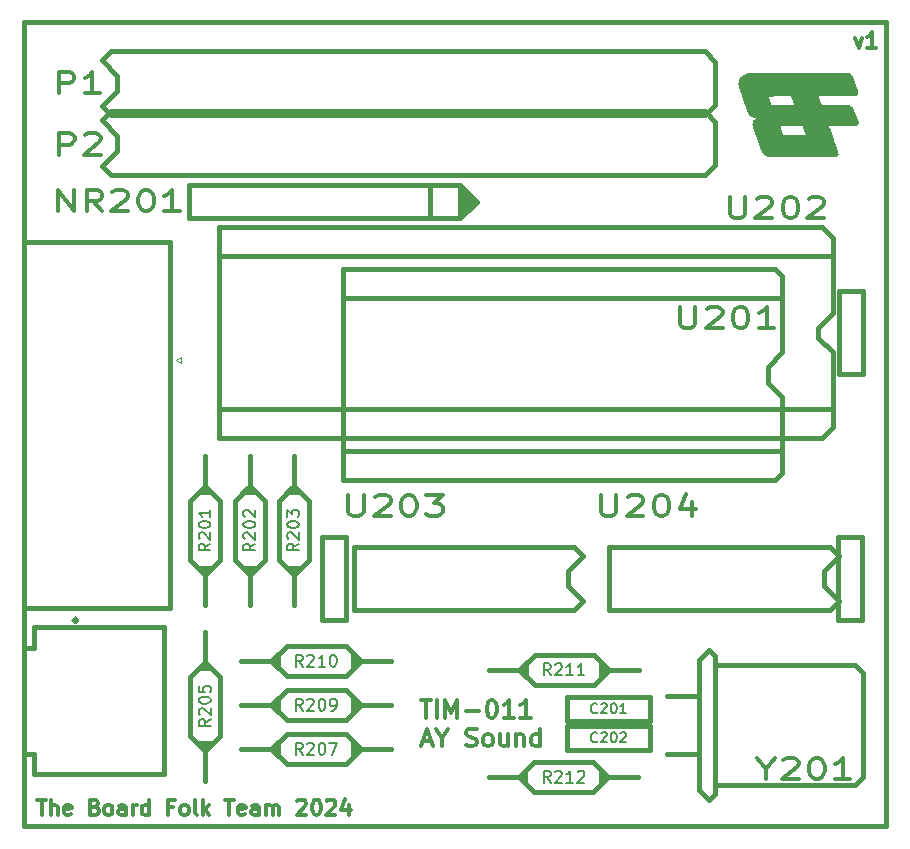
<source format=gbr>
%TF.GenerationSoftware,KiCad,Pcbnew,8.0.1*%
%TF.CreationDate,2024-04-11T22:34:35+01:00*%
%TF.ProjectId,TIMAYSound,54494d41-5953-46f7-956e-642e6b696361,rev?*%
%TF.SameCoordinates,Original*%
%TF.FileFunction,Legend,Top*%
%TF.FilePolarity,Positive*%
%FSLAX46Y46*%
G04 Gerber Fmt 4.6, Leading zero omitted, Abs format (unit mm)*
G04 Created by KiCad (PCBNEW 8.0.1) date 2024-04-11 22:34:35*
%MOMM*%
%LPD*%
G01*
G04 APERTURE LIST*
%ADD10C,0.400000*%
%ADD11C,0.300000*%
%ADD12C,0.129000*%
%ADD13C,0.360000*%
%ADD14C,0.150000*%
%ADD15C,0.340000*%
%ADD16C,0.120000*%
%ADD17C,0.000000*%
G04 APERTURE END LIST*
D10*
X50740000Y-38370000D02*
X123730000Y-38370000D01*
X123730000Y-106450000D01*
X50740000Y-106450000D01*
X50740000Y-38370000D01*
D11*
X84340225Y-95745912D02*
X85197368Y-95745912D01*
X84768796Y-97245912D02*
X84768796Y-95745912D01*
X85697367Y-97245912D02*
X85697367Y-95745912D01*
X86411653Y-97245912D02*
X86411653Y-95745912D01*
X86411653Y-95745912D02*
X86911653Y-96817341D01*
X86911653Y-96817341D02*
X87411653Y-95745912D01*
X87411653Y-95745912D02*
X87411653Y-97245912D01*
X88125939Y-96674484D02*
X89268797Y-96674484D01*
X90268797Y-95745912D02*
X90411654Y-95745912D01*
X90411654Y-95745912D02*
X90554511Y-95817341D01*
X90554511Y-95817341D02*
X90625940Y-95888769D01*
X90625940Y-95888769D02*
X90697368Y-96031626D01*
X90697368Y-96031626D02*
X90768797Y-96317341D01*
X90768797Y-96317341D02*
X90768797Y-96674484D01*
X90768797Y-96674484D02*
X90697368Y-96960198D01*
X90697368Y-96960198D02*
X90625940Y-97103055D01*
X90625940Y-97103055D02*
X90554511Y-97174484D01*
X90554511Y-97174484D02*
X90411654Y-97245912D01*
X90411654Y-97245912D02*
X90268797Y-97245912D01*
X90268797Y-97245912D02*
X90125940Y-97174484D01*
X90125940Y-97174484D02*
X90054511Y-97103055D01*
X90054511Y-97103055D02*
X89983082Y-96960198D01*
X89983082Y-96960198D02*
X89911654Y-96674484D01*
X89911654Y-96674484D02*
X89911654Y-96317341D01*
X89911654Y-96317341D02*
X89983082Y-96031626D01*
X89983082Y-96031626D02*
X90054511Y-95888769D01*
X90054511Y-95888769D02*
X90125940Y-95817341D01*
X90125940Y-95817341D02*
X90268797Y-95745912D01*
X92197368Y-97245912D02*
X91340225Y-97245912D01*
X91768796Y-97245912D02*
X91768796Y-95745912D01*
X91768796Y-95745912D02*
X91625939Y-95960198D01*
X91625939Y-95960198D02*
X91483082Y-96103055D01*
X91483082Y-96103055D02*
X91340225Y-96174484D01*
X93625939Y-97245912D02*
X92768796Y-97245912D01*
X93197367Y-97245912D02*
X93197367Y-95745912D01*
X93197367Y-95745912D02*
X93054510Y-95960198D01*
X93054510Y-95960198D02*
X92911653Y-96103055D01*
X92911653Y-96103055D02*
X92768796Y-96174484D01*
X84483082Y-99232257D02*
X85197368Y-99232257D01*
X84340225Y-99660828D02*
X84840225Y-98160828D01*
X84840225Y-98160828D02*
X85340225Y-99660828D01*
X86125939Y-98946542D02*
X86125939Y-99660828D01*
X85625939Y-98160828D02*
X86125939Y-98946542D01*
X86125939Y-98946542D02*
X86625939Y-98160828D01*
X88197367Y-99589400D02*
X88411653Y-99660828D01*
X88411653Y-99660828D02*
X88768795Y-99660828D01*
X88768795Y-99660828D02*
X88911653Y-99589400D01*
X88911653Y-99589400D02*
X88983081Y-99517971D01*
X88983081Y-99517971D02*
X89054510Y-99375114D01*
X89054510Y-99375114D02*
X89054510Y-99232257D01*
X89054510Y-99232257D02*
X88983081Y-99089400D01*
X88983081Y-99089400D02*
X88911653Y-99017971D01*
X88911653Y-99017971D02*
X88768795Y-98946542D01*
X88768795Y-98946542D02*
X88483081Y-98875114D01*
X88483081Y-98875114D02*
X88340224Y-98803685D01*
X88340224Y-98803685D02*
X88268795Y-98732257D01*
X88268795Y-98732257D02*
X88197367Y-98589400D01*
X88197367Y-98589400D02*
X88197367Y-98446542D01*
X88197367Y-98446542D02*
X88268795Y-98303685D01*
X88268795Y-98303685D02*
X88340224Y-98232257D01*
X88340224Y-98232257D02*
X88483081Y-98160828D01*
X88483081Y-98160828D02*
X88840224Y-98160828D01*
X88840224Y-98160828D02*
X89054510Y-98232257D01*
X89911652Y-99660828D02*
X89768795Y-99589400D01*
X89768795Y-99589400D02*
X89697366Y-99517971D01*
X89697366Y-99517971D02*
X89625938Y-99375114D01*
X89625938Y-99375114D02*
X89625938Y-98946542D01*
X89625938Y-98946542D02*
X89697366Y-98803685D01*
X89697366Y-98803685D02*
X89768795Y-98732257D01*
X89768795Y-98732257D02*
X89911652Y-98660828D01*
X89911652Y-98660828D02*
X90125938Y-98660828D01*
X90125938Y-98660828D02*
X90268795Y-98732257D01*
X90268795Y-98732257D02*
X90340224Y-98803685D01*
X90340224Y-98803685D02*
X90411652Y-98946542D01*
X90411652Y-98946542D02*
X90411652Y-99375114D01*
X90411652Y-99375114D02*
X90340224Y-99517971D01*
X90340224Y-99517971D02*
X90268795Y-99589400D01*
X90268795Y-99589400D02*
X90125938Y-99660828D01*
X90125938Y-99660828D02*
X89911652Y-99660828D01*
X91697367Y-98660828D02*
X91697367Y-99660828D01*
X91054509Y-98660828D02*
X91054509Y-99446542D01*
X91054509Y-99446542D02*
X91125938Y-99589400D01*
X91125938Y-99589400D02*
X91268795Y-99660828D01*
X91268795Y-99660828D02*
X91483081Y-99660828D01*
X91483081Y-99660828D02*
X91625938Y-99589400D01*
X91625938Y-99589400D02*
X91697367Y-99517971D01*
X92411652Y-98660828D02*
X92411652Y-99660828D01*
X92411652Y-98803685D02*
X92483081Y-98732257D01*
X92483081Y-98732257D02*
X92625938Y-98660828D01*
X92625938Y-98660828D02*
X92840224Y-98660828D01*
X92840224Y-98660828D02*
X92983081Y-98732257D01*
X92983081Y-98732257D02*
X93054510Y-98875114D01*
X93054510Y-98875114D02*
X93054510Y-99660828D01*
X94411653Y-99660828D02*
X94411653Y-98160828D01*
X94411653Y-99589400D02*
X94268795Y-99660828D01*
X94268795Y-99660828D02*
X93983081Y-99660828D01*
X93983081Y-99660828D02*
X93840224Y-99589400D01*
X93840224Y-99589400D02*
X93768795Y-99517971D01*
X93768795Y-99517971D02*
X93697367Y-99375114D01*
X93697367Y-99375114D02*
X93697367Y-98946542D01*
X93697367Y-98946542D02*
X93768795Y-98803685D01*
X93768795Y-98803685D02*
X93840224Y-98732257D01*
X93840224Y-98732257D02*
X93983081Y-98660828D01*
X93983081Y-98660828D02*
X94268795Y-98660828D01*
X94268795Y-98660828D02*
X94411653Y-98732257D01*
X51851177Y-104185304D02*
X52594034Y-104185304D01*
X52222606Y-105485304D02*
X52222606Y-104185304D01*
X53027367Y-105485304D02*
X53027367Y-104185304D01*
X53584510Y-105485304D02*
X53584510Y-104804352D01*
X53584510Y-104804352D02*
X53522605Y-104680542D01*
X53522605Y-104680542D02*
X53398796Y-104618638D01*
X53398796Y-104618638D02*
X53213082Y-104618638D01*
X53213082Y-104618638D02*
X53089272Y-104680542D01*
X53089272Y-104680542D02*
X53027367Y-104742447D01*
X54698795Y-105423400D02*
X54574986Y-105485304D01*
X54574986Y-105485304D02*
X54327367Y-105485304D01*
X54327367Y-105485304D02*
X54203557Y-105423400D01*
X54203557Y-105423400D02*
X54141653Y-105299590D01*
X54141653Y-105299590D02*
X54141653Y-104804352D01*
X54141653Y-104804352D02*
X54203557Y-104680542D01*
X54203557Y-104680542D02*
X54327367Y-104618638D01*
X54327367Y-104618638D02*
X54574986Y-104618638D01*
X54574986Y-104618638D02*
X54698795Y-104680542D01*
X54698795Y-104680542D02*
X54760700Y-104804352D01*
X54760700Y-104804352D02*
X54760700Y-104928161D01*
X54760700Y-104928161D02*
X54141653Y-105051971D01*
X56741653Y-104804352D02*
X56927367Y-104866257D01*
X56927367Y-104866257D02*
X56989272Y-104928161D01*
X56989272Y-104928161D02*
X57051176Y-105051971D01*
X57051176Y-105051971D02*
X57051176Y-105237685D01*
X57051176Y-105237685D02*
X56989272Y-105361495D01*
X56989272Y-105361495D02*
X56927367Y-105423400D01*
X56927367Y-105423400D02*
X56803557Y-105485304D01*
X56803557Y-105485304D02*
X56308319Y-105485304D01*
X56308319Y-105485304D02*
X56308319Y-104185304D01*
X56308319Y-104185304D02*
X56741653Y-104185304D01*
X56741653Y-104185304D02*
X56865462Y-104247209D01*
X56865462Y-104247209D02*
X56927367Y-104309114D01*
X56927367Y-104309114D02*
X56989272Y-104432923D01*
X56989272Y-104432923D02*
X56989272Y-104556733D01*
X56989272Y-104556733D02*
X56927367Y-104680542D01*
X56927367Y-104680542D02*
X56865462Y-104742447D01*
X56865462Y-104742447D02*
X56741653Y-104804352D01*
X56741653Y-104804352D02*
X56308319Y-104804352D01*
X57794034Y-105485304D02*
X57670224Y-105423400D01*
X57670224Y-105423400D02*
X57608319Y-105361495D01*
X57608319Y-105361495D02*
X57546415Y-105237685D01*
X57546415Y-105237685D02*
X57546415Y-104866257D01*
X57546415Y-104866257D02*
X57608319Y-104742447D01*
X57608319Y-104742447D02*
X57670224Y-104680542D01*
X57670224Y-104680542D02*
X57794034Y-104618638D01*
X57794034Y-104618638D02*
X57979748Y-104618638D01*
X57979748Y-104618638D02*
X58103557Y-104680542D01*
X58103557Y-104680542D02*
X58165462Y-104742447D01*
X58165462Y-104742447D02*
X58227367Y-104866257D01*
X58227367Y-104866257D02*
X58227367Y-105237685D01*
X58227367Y-105237685D02*
X58165462Y-105361495D01*
X58165462Y-105361495D02*
X58103557Y-105423400D01*
X58103557Y-105423400D02*
X57979748Y-105485304D01*
X57979748Y-105485304D02*
X57794034Y-105485304D01*
X59341652Y-105485304D02*
X59341652Y-104804352D01*
X59341652Y-104804352D02*
X59279747Y-104680542D01*
X59279747Y-104680542D02*
X59155938Y-104618638D01*
X59155938Y-104618638D02*
X58908319Y-104618638D01*
X58908319Y-104618638D02*
X58784509Y-104680542D01*
X59341652Y-105423400D02*
X59217843Y-105485304D01*
X59217843Y-105485304D02*
X58908319Y-105485304D01*
X58908319Y-105485304D02*
X58784509Y-105423400D01*
X58784509Y-105423400D02*
X58722605Y-105299590D01*
X58722605Y-105299590D02*
X58722605Y-105175780D01*
X58722605Y-105175780D02*
X58784509Y-105051971D01*
X58784509Y-105051971D02*
X58908319Y-104990066D01*
X58908319Y-104990066D02*
X59217843Y-104990066D01*
X59217843Y-104990066D02*
X59341652Y-104928161D01*
X59960699Y-105485304D02*
X59960699Y-104618638D01*
X59960699Y-104866257D02*
X60022604Y-104742447D01*
X60022604Y-104742447D02*
X60084509Y-104680542D01*
X60084509Y-104680542D02*
X60208318Y-104618638D01*
X60208318Y-104618638D02*
X60332128Y-104618638D01*
X61322604Y-105485304D02*
X61322604Y-104185304D01*
X61322604Y-105423400D02*
X61198795Y-105485304D01*
X61198795Y-105485304D02*
X60951176Y-105485304D01*
X60951176Y-105485304D02*
X60827366Y-105423400D01*
X60827366Y-105423400D02*
X60765461Y-105361495D01*
X60765461Y-105361495D02*
X60703557Y-105237685D01*
X60703557Y-105237685D02*
X60703557Y-104866257D01*
X60703557Y-104866257D02*
X60765461Y-104742447D01*
X60765461Y-104742447D02*
X60827366Y-104680542D01*
X60827366Y-104680542D02*
X60951176Y-104618638D01*
X60951176Y-104618638D02*
X61198795Y-104618638D01*
X61198795Y-104618638D02*
X61322604Y-104680542D01*
X63365461Y-104804352D02*
X62932127Y-104804352D01*
X62932127Y-105485304D02*
X62932127Y-104185304D01*
X62932127Y-104185304D02*
X63551175Y-104185304D01*
X64232128Y-105485304D02*
X64108318Y-105423400D01*
X64108318Y-105423400D02*
X64046413Y-105361495D01*
X64046413Y-105361495D02*
X63984509Y-105237685D01*
X63984509Y-105237685D02*
X63984509Y-104866257D01*
X63984509Y-104866257D02*
X64046413Y-104742447D01*
X64046413Y-104742447D02*
X64108318Y-104680542D01*
X64108318Y-104680542D02*
X64232128Y-104618638D01*
X64232128Y-104618638D02*
X64417842Y-104618638D01*
X64417842Y-104618638D02*
X64541651Y-104680542D01*
X64541651Y-104680542D02*
X64603556Y-104742447D01*
X64603556Y-104742447D02*
X64665461Y-104866257D01*
X64665461Y-104866257D02*
X64665461Y-105237685D01*
X64665461Y-105237685D02*
X64603556Y-105361495D01*
X64603556Y-105361495D02*
X64541651Y-105423400D01*
X64541651Y-105423400D02*
X64417842Y-105485304D01*
X64417842Y-105485304D02*
X64232128Y-105485304D01*
X65408318Y-105485304D02*
X65284508Y-105423400D01*
X65284508Y-105423400D02*
X65222603Y-105299590D01*
X65222603Y-105299590D02*
X65222603Y-104185304D01*
X65903555Y-105485304D02*
X65903555Y-104185304D01*
X66027365Y-104990066D02*
X66398793Y-105485304D01*
X66398793Y-104618638D02*
X65903555Y-105113876D01*
X67760698Y-104185304D02*
X68503555Y-104185304D01*
X68132127Y-105485304D02*
X68132127Y-104185304D01*
X69432126Y-105423400D02*
X69308317Y-105485304D01*
X69308317Y-105485304D02*
X69060698Y-105485304D01*
X69060698Y-105485304D02*
X68936888Y-105423400D01*
X68936888Y-105423400D02*
X68874984Y-105299590D01*
X68874984Y-105299590D02*
X68874984Y-104804352D01*
X68874984Y-104804352D02*
X68936888Y-104680542D01*
X68936888Y-104680542D02*
X69060698Y-104618638D01*
X69060698Y-104618638D02*
X69308317Y-104618638D01*
X69308317Y-104618638D02*
X69432126Y-104680542D01*
X69432126Y-104680542D02*
X69494031Y-104804352D01*
X69494031Y-104804352D02*
X69494031Y-104928161D01*
X69494031Y-104928161D02*
X68874984Y-105051971D01*
X70608317Y-105485304D02*
X70608317Y-104804352D01*
X70608317Y-104804352D02*
X70546412Y-104680542D01*
X70546412Y-104680542D02*
X70422603Y-104618638D01*
X70422603Y-104618638D02*
X70174984Y-104618638D01*
X70174984Y-104618638D02*
X70051174Y-104680542D01*
X70608317Y-105423400D02*
X70484508Y-105485304D01*
X70484508Y-105485304D02*
X70174984Y-105485304D01*
X70174984Y-105485304D02*
X70051174Y-105423400D01*
X70051174Y-105423400D02*
X69989270Y-105299590D01*
X69989270Y-105299590D02*
X69989270Y-105175780D01*
X69989270Y-105175780D02*
X70051174Y-105051971D01*
X70051174Y-105051971D02*
X70174984Y-104990066D01*
X70174984Y-104990066D02*
X70484508Y-104990066D01*
X70484508Y-104990066D02*
X70608317Y-104928161D01*
X71227364Y-105485304D02*
X71227364Y-104618638D01*
X71227364Y-104742447D02*
X71289269Y-104680542D01*
X71289269Y-104680542D02*
X71413079Y-104618638D01*
X71413079Y-104618638D02*
X71598793Y-104618638D01*
X71598793Y-104618638D02*
X71722602Y-104680542D01*
X71722602Y-104680542D02*
X71784507Y-104804352D01*
X71784507Y-104804352D02*
X71784507Y-105485304D01*
X71784507Y-104804352D02*
X71846412Y-104680542D01*
X71846412Y-104680542D02*
X71970221Y-104618638D01*
X71970221Y-104618638D02*
X72155936Y-104618638D01*
X72155936Y-104618638D02*
X72279745Y-104680542D01*
X72279745Y-104680542D02*
X72341650Y-104804352D01*
X72341650Y-104804352D02*
X72341650Y-105485304D01*
X73889269Y-104309114D02*
X73951173Y-104247209D01*
X73951173Y-104247209D02*
X74074983Y-104185304D01*
X74074983Y-104185304D02*
X74384507Y-104185304D01*
X74384507Y-104185304D02*
X74508316Y-104247209D01*
X74508316Y-104247209D02*
X74570221Y-104309114D01*
X74570221Y-104309114D02*
X74632126Y-104432923D01*
X74632126Y-104432923D02*
X74632126Y-104556733D01*
X74632126Y-104556733D02*
X74570221Y-104742447D01*
X74570221Y-104742447D02*
X73827364Y-105485304D01*
X73827364Y-105485304D02*
X74632126Y-105485304D01*
X75436887Y-104185304D02*
X75560697Y-104185304D01*
X75560697Y-104185304D02*
X75684506Y-104247209D01*
X75684506Y-104247209D02*
X75746411Y-104309114D01*
X75746411Y-104309114D02*
X75808316Y-104432923D01*
X75808316Y-104432923D02*
X75870221Y-104680542D01*
X75870221Y-104680542D02*
X75870221Y-104990066D01*
X75870221Y-104990066D02*
X75808316Y-105237685D01*
X75808316Y-105237685D02*
X75746411Y-105361495D01*
X75746411Y-105361495D02*
X75684506Y-105423400D01*
X75684506Y-105423400D02*
X75560697Y-105485304D01*
X75560697Y-105485304D02*
X75436887Y-105485304D01*
X75436887Y-105485304D02*
X75313078Y-105423400D01*
X75313078Y-105423400D02*
X75251173Y-105361495D01*
X75251173Y-105361495D02*
X75189268Y-105237685D01*
X75189268Y-105237685D02*
X75127364Y-104990066D01*
X75127364Y-104990066D02*
X75127364Y-104680542D01*
X75127364Y-104680542D02*
X75189268Y-104432923D01*
X75189268Y-104432923D02*
X75251173Y-104309114D01*
X75251173Y-104309114D02*
X75313078Y-104247209D01*
X75313078Y-104247209D02*
X75436887Y-104185304D01*
X76365459Y-104309114D02*
X76427363Y-104247209D01*
X76427363Y-104247209D02*
X76551173Y-104185304D01*
X76551173Y-104185304D02*
X76860697Y-104185304D01*
X76860697Y-104185304D02*
X76984506Y-104247209D01*
X76984506Y-104247209D02*
X77046411Y-104309114D01*
X77046411Y-104309114D02*
X77108316Y-104432923D01*
X77108316Y-104432923D02*
X77108316Y-104556733D01*
X77108316Y-104556733D02*
X77046411Y-104742447D01*
X77046411Y-104742447D02*
X76303554Y-105485304D01*
X76303554Y-105485304D02*
X77108316Y-105485304D01*
X78222601Y-104618638D02*
X78222601Y-105485304D01*
X77913077Y-104123400D02*
X77603554Y-105051971D01*
X77603554Y-105051971D02*
X78408315Y-105051971D01*
X121099775Y-39658638D02*
X121409299Y-40525304D01*
X121409299Y-40525304D02*
X121718822Y-39658638D01*
X122895013Y-40525304D02*
X122152156Y-40525304D01*
X122523584Y-40525304D02*
X122523584Y-39225304D01*
X122523584Y-39225304D02*
X122399775Y-39411019D01*
X122399775Y-39411019D02*
X122275965Y-39534828D01*
X122275965Y-39534828D02*
X122152156Y-39596733D01*
D12*
X99267618Y-99239240D02*
X99226666Y-99280193D01*
X99226666Y-99280193D02*
X99103808Y-99321145D01*
X99103808Y-99321145D02*
X99021904Y-99321145D01*
X99021904Y-99321145D02*
X98899047Y-99280193D01*
X98899047Y-99280193D02*
X98817142Y-99198288D01*
X98817142Y-99198288D02*
X98776189Y-99116383D01*
X98776189Y-99116383D02*
X98735237Y-98952573D01*
X98735237Y-98952573D02*
X98735237Y-98829716D01*
X98735237Y-98829716D02*
X98776189Y-98665907D01*
X98776189Y-98665907D02*
X98817142Y-98584002D01*
X98817142Y-98584002D02*
X98899047Y-98502097D01*
X98899047Y-98502097D02*
X99021904Y-98461145D01*
X99021904Y-98461145D02*
X99103808Y-98461145D01*
X99103808Y-98461145D02*
X99226666Y-98502097D01*
X99226666Y-98502097D02*
X99267618Y-98543050D01*
X99595237Y-98543050D02*
X99636189Y-98502097D01*
X99636189Y-98502097D02*
X99718094Y-98461145D01*
X99718094Y-98461145D02*
X99922856Y-98461145D01*
X99922856Y-98461145D02*
X100004761Y-98502097D01*
X100004761Y-98502097D02*
X100045713Y-98543050D01*
X100045713Y-98543050D02*
X100086666Y-98624954D01*
X100086666Y-98624954D02*
X100086666Y-98706859D01*
X100086666Y-98706859D02*
X100045713Y-98829716D01*
X100045713Y-98829716D02*
X99554285Y-99321145D01*
X99554285Y-99321145D02*
X100086666Y-99321145D01*
X100619047Y-98461145D02*
X100700952Y-98461145D01*
X100700952Y-98461145D02*
X100782856Y-98502097D01*
X100782856Y-98502097D02*
X100823809Y-98543050D01*
X100823809Y-98543050D02*
X100864761Y-98624954D01*
X100864761Y-98624954D02*
X100905714Y-98788764D01*
X100905714Y-98788764D02*
X100905714Y-98993526D01*
X100905714Y-98993526D02*
X100864761Y-99157335D01*
X100864761Y-99157335D02*
X100823809Y-99239240D01*
X100823809Y-99239240D02*
X100782856Y-99280193D01*
X100782856Y-99280193D02*
X100700952Y-99321145D01*
X100700952Y-99321145D02*
X100619047Y-99321145D01*
X100619047Y-99321145D02*
X100537142Y-99280193D01*
X100537142Y-99280193D02*
X100496190Y-99239240D01*
X100496190Y-99239240D02*
X100455237Y-99157335D01*
X100455237Y-99157335D02*
X100414285Y-98993526D01*
X100414285Y-98993526D02*
X100414285Y-98788764D01*
X100414285Y-98788764D02*
X100455237Y-98624954D01*
X100455237Y-98624954D02*
X100496190Y-98543050D01*
X100496190Y-98543050D02*
X100537142Y-98502097D01*
X100537142Y-98502097D02*
X100619047Y-98461145D01*
X101233333Y-98543050D02*
X101274285Y-98502097D01*
X101274285Y-98502097D02*
X101356190Y-98461145D01*
X101356190Y-98461145D02*
X101560952Y-98461145D01*
X101560952Y-98461145D02*
X101642857Y-98502097D01*
X101642857Y-98502097D02*
X101683809Y-98543050D01*
X101683809Y-98543050D02*
X101724762Y-98624954D01*
X101724762Y-98624954D02*
X101724762Y-98706859D01*
X101724762Y-98706859D02*
X101683809Y-98829716D01*
X101683809Y-98829716D02*
X101192381Y-99321145D01*
X101192381Y-99321145D02*
X101724762Y-99321145D01*
D13*
X53712381Y-49573994D02*
X53712381Y-47773994D01*
X53712381Y-47773994D02*
X54588571Y-47773994D01*
X54588571Y-47773994D02*
X54807619Y-47859708D01*
X54807619Y-47859708D02*
X54917142Y-47945422D01*
X54917142Y-47945422D02*
X55026666Y-48116851D01*
X55026666Y-48116851D02*
X55026666Y-48373994D01*
X55026666Y-48373994D02*
X54917142Y-48545422D01*
X54917142Y-48545422D02*
X54807619Y-48631137D01*
X54807619Y-48631137D02*
X54588571Y-48716851D01*
X54588571Y-48716851D02*
X53712381Y-48716851D01*
X55902857Y-47945422D02*
X56012381Y-47859708D01*
X56012381Y-47859708D02*
X56231428Y-47773994D01*
X56231428Y-47773994D02*
X56779047Y-47773994D01*
X56779047Y-47773994D02*
X56998095Y-47859708D01*
X56998095Y-47859708D02*
X57107619Y-47945422D01*
X57107619Y-47945422D02*
X57217142Y-48116851D01*
X57217142Y-48116851D02*
X57217142Y-48288280D01*
X57217142Y-48288280D02*
X57107619Y-48545422D01*
X57107619Y-48545422D02*
X55793333Y-49573994D01*
X55793333Y-49573994D02*
X57217142Y-49573994D01*
D14*
X66524819Y-82499047D02*
X66048628Y-82832380D01*
X66524819Y-83070475D02*
X65524819Y-83070475D01*
X65524819Y-83070475D02*
X65524819Y-82689523D01*
X65524819Y-82689523D02*
X65572438Y-82594285D01*
X65572438Y-82594285D02*
X65620057Y-82546666D01*
X65620057Y-82546666D02*
X65715295Y-82499047D01*
X65715295Y-82499047D02*
X65858152Y-82499047D01*
X65858152Y-82499047D02*
X65953390Y-82546666D01*
X65953390Y-82546666D02*
X66001009Y-82594285D01*
X66001009Y-82594285D02*
X66048628Y-82689523D01*
X66048628Y-82689523D02*
X66048628Y-83070475D01*
X65620057Y-82118094D02*
X65572438Y-82070475D01*
X65572438Y-82070475D02*
X65524819Y-81975237D01*
X65524819Y-81975237D02*
X65524819Y-81737142D01*
X65524819Y-81737142D02*
X65572438Y-81641904D01*
X65572438Y-81641904D02*
X65620057Y-81594285D01*
X65620057Y-81594285D02*
X65715295Y-81546666D01*
X65715295Y-81546666D02*
X65810533Y-81546666D01*
X65810533Y-81546666D02*
X65953390Y-81594285D01*
X65953390Y-81594285D02*
X66524819Y-82165713D01*
X66524819Y-82165713D02*
X66524819Y-81546666D01*
X65524819Y-80927618D02*
X65524819Y-80832380D01*
X65524819Y-80832380D02*
X65572438Y-80737142D01*
X65572438Y-80737142D02*
X65620057Y-80689523D01*
X65620057Y-80689523D02*
X65715295Y-80641904D01*
X65715295Y-80641904D02*
X65905771Y-80594285D01*
X65905771Y-80594285D02*
X66143866Y-80594285D01*
X66143866Y-80594285D02*
X66334342Y-80641904D01*
X66334342Y-80641904D02*
X66429580Y-80689523D01*
X66429580Y-80689523D02*
X66477200Y-80737142D01*
X66477200Y-80737142D02*
X66524819Y-80832380D01*
X66524819Y-80832380D02*
X66524819Y-80927618D01*
X66524819Y-80927618D02*
X66477200Y-81022856D01*
X66477200Y-81022856D02*
X66429580Y-81070475D01*
X66429580Y-81070475D02*
X66334342Y-81118094D01*
X66334342Y-81118094D02*
X66143866Y-81165713D01*
X66143866Y-81165713D02*
X65905771Y-81165713D01*
X65905771Y-81165713D02*
X65715295Y-81118094D01*
X65715295Y-81118094D02*
X65620057Y-81070475D01*
X65620057Y-81070475D02*
X65572438Y-81022856D01*
X65572438Y-81022856D02*
X65524819Y-80927618D01*
X66524819Y-79641904D02*
X66524819Y-80213332D01*
X66524819Y-79927618D02*
X65524819Y-79927618D01*
X65524819Y-79927618D02*
X65667676Y-80022856D01*
X65667676Y-80022856D02*
X65762914Y-80118094D01*
X65762914Y-80118094D02*
X65810533Y-80213332D01*
D13*
X110477143Y-53123994D02*
X110477143Y-54581137D01*
X110477143Y-54581137D02*
X110586666Y-54752565D01*
X110586666Y-54752565D02*
X110696190Y-54838280D01*
X110696190Y-54838280D02*
X110915238Y-54923994D01*
X110915238Y-54923994D02*
X111353333Y-54923994D01*
X111353333Y-54923994D02*
X111572381Y-54838280D01*
X111572381Y-54838280D02*
X111681904Y-54752565D01*
X111681904Y-54752565D02*
X111791428Y-54581137D01*
X111791428Y-54581137D02*
X111791428Y-53123994D01*
X112777143Y-53295422D02*
X112886667Y-53209708D01*
X112886667Y-53209708D02*
X113105714Y-53123994D01*
X113105714Y-53123994D02*
X113653333Y-53123994D01*
X113653333Y-53123994D02*
X113872381Y-53209708D01*
X113872381Y-53209708D02*
X113981905Y-53295422D01*
X113981905Y-53295422D02*
X114091428Y-53466851D01*
X114091428Y-53466851D02*
X114091428Y-53638280D01*
X114091428Y-53638280D02*
X113981905Y-53895422D01*
X113981905Y-53895422D02*
X112667619Y-54923994D01*
X112667619Y-54923994D02*
X114091428Y-54923994D01*
X115515238Y-53123994D02*
X115734285Y-53123994D01*
X115734285Y-53123994D02*
X115953333Y-53209708D01*
X115953333Y-53209708D02*
X116062857Y-53295422D01*
X116062857Y-53295422D02*
X116172381Y-53466851D01*
X116172381Y-53466851D02*
X116281904Y-53809708D01*
X116281904Y-53809708D02*
X116281904Y-54238280D01*
X116281904Y-54238280D02*
X116172381Y-54581137D01*
X116172381Y-54581137D02*
X116062857Y-54752565D01*
X116062857Y-54752565D02*
X115953333Y-54838280D01*
X115953333Y-54838280D02*
X115734285Y-54923994D01*
X115734285Y-54923994D02*
X115515238Y-54923994D01*
X115515238Y-54923994D02*
X115296190Y-54838280D01*
X115296190Y-54838280D02*
X115186666Y-54752565D01*
X115186666Y-54752565D02*
X115077143Y-54581137D01*
X115077143Y-54581137D02*
X114967619Y-54238280D01*
X114967619Y-54238280D02*
X114967619Y-53809708D01*
X114967619Y-53809708D02*
X115077143Y-53466851D01*
X115077143Y-53466851D02*
X115186666Y-53295422D01*
X115186666Y-53295422D02*
X115296190Y-53209708D01*
X115296190Y-53209708D02*
X115515238Y-53123994D01*
X117158095Y-53295422D02*
X117267619Y-53209708D01*
X117267619Y-53209708D02*
X117486666Y-53123994D01*
X117486666Y-53123994D02*
X118034285Y-53123994D01*
X118034285Y-53123994D02*
X118253333Y-53209708D01*
X118253333Y-53209708D02*
X118362857Y-53295422D01*
X118362857Y-53295422D02*
X118472380Y-53466851D01*
X118472380Y-53466851D02*
X118472380Y-53638280D01*
X118472380Y-53638280D02*
X118362857Y-53895422D01*
X118362857Y-53895422D02*
X117048571Y-54923994D01*
X117048571Y-54923994D02*
X118472380Y-54923994D01*
D14*
X74340952Y-100374819D02*
X74007619Y-99898628D01*
X73769524Y-100374819D02*
X73769524Y-99374819D01*
X73769524Y-99374819D02*
X74150476Y-99374819D01*
X74150476Y-99374819D02*
X74245714Y-99422438D01*
X74245714Y-99422438D02*
X74293333Y-99470057D01*
X74293333Y-99470057D02*
X74340952Y-99565295D01*
X74340952Y-99565295D02*
X74340952Y-99708152D01*
X74340952Y-99708152D02*
X74293333Y-99803390D01*
X74293333Y-99803390D02*
X74245714Y-99851009D01*
X74245714Y-99851009D02*
X74150476Y-99898628D01*
X74150476Y-99898628D02*
X73769524Y-99898628D01*
X74721905Y-99470057D02*
X74769524Y-99422438D01*
X74769524Y-99422438D02*
X74864762Y-99374819D01*
X74864762Y-99374819D02*
X75102857Y-99374819D01*
X75102857Y-99374819D02*
X75198095Y-99422438D01*
X75198095Y-99422438D02*
X75245714Y-99470057D01*
X75245714Y-99470057D02*
X75293333Y-99565295D01*
X75293333Y-99565295D02*
X75293333Y-99660533D01*
X75293333Y-99660533D02*
X75245714Y-99803390D01*
X75245714Y-99803390D02*
X74674286Y-100374819D01*
X74674286Y-100374819D02*
X75293333Y-100374819D01*
X75912381Y-99374819D02*
X76007619Y-99374819D01*
X76007619Y-99374819D02*
X76102857Y-99422438D01*
X76102857Y-99422438D02*
X76150476Y-99470057D01*
X76150476Y-99470057D02*
X76198095Y-99565295D01*
X76198095Y-99565295D02*
X76245714Y-99755771D01*
X76245714Y-99755771D02*
X76245714Y-99993866D01*
X76245714Y-99993866D02*
X76198095Y-100184342D01*
X76198095Y-100184342D02*
X76150476Y-100279580D01*
X76150476Y-100279580D02*
X76102857Y-100327200D01*
X76102857Y-100327200D02*
X76007619Y-100374819D01*
X76007619Y-100374819D02*
X75912381Y-100374819D01*
X75912381Y-100374819D02*
X75817143Y-100327200D01*
X75817143Y-100327200D02*
X75769524Y-100279580D01*
X75769524Y-100279580D02*
X75721905Y-100184342D01*
X75721905Y-100184342D02*
X75674286Y-99993866D01*
X75674286Y-99993866D02*
X75674286Y-99755771D01*
X75674286Y-99755771D02*
X75721905Y-99565295D01*
X75721905Y-99565295D02*
X75769524Y-99470057D01*
X75769524Y-99470057D02*
X75817143Y-99422438D01*
X75817143Y-99422438D02*
X75912381Y-99374819D01*
X76579048Y-99374819D02*
X77245714Y-99374819D01*
X77245714Y-99374819D02*
X76817143Y-100374819D01*
X74340952Y-96644819D02*
X74007619Y-96168628D01*
X73769524Y-96644819D02*
X73769524Y-95644819D01*
X73769524Y-95644819D02*
X74150476Y-95644819D01*
X74150476Y-95644819D02*
X74245714Y-95692438D01*
X74245714Y-95692438D02*
X74293333Y-95740057D01*
X74293333Y-95740057D02*
X74340952Y-95835295D01*
X74340952Y-95835295D02*
X74340952Y-95978152D01*
X74340952Y-95978152D02*
X74293333Y-96073390D01*
X74293333Y-96073390D02*
X74245714Y-96121009D01*
X74245714Y-96121009D02*
X74150476Y-96168628D01*
X74150476Y-96168628D02*
X73769524Y-96168628D01*
X74721905Y-95740057D02*
X74769524Y-95692438D01*
X74769524Y-95692438D02*
X74864762Y-95644819D01*
X74864762Y-95644819D02*
X75102857Y-95644819D01*
X75102857Y-95644819D02*
X75198095Y-95692438D01*
X75198095Y-95692438D02*
X75245714Y-95740057D01*
X75245714Y-95740057D02*
X75293333Y-95835295D01*
X75293333Y-95835295D02*
X75293333Y-95930533D01*
X75293333Y-95930533D02*
X75245714Y-96073390D01*
X75245714Y-96073390D02*
X74674286Y-96644819D01*
X74674286Y-96644819D02*
X75293333Y-96644819D01*
X75912381Y-95644819D02*
X76007619Y-95644819D01*
X76007619Y-95644819D02*
X76102857Y-95692438D01*
X76102857Y-95692438D02*
X76150476Y-95740057D01*
X76150476Y-95740057D02*
X76198095Y-95835295D01*
X76198095Y-95835295D02*
X76245714Y-96025771D01*
X76245714Y-96025771D02*
X76245714Y-96263866D01*
X76245714Y-96263866D02*
X76198095Y-96454342D01*
X76198095Y-96454342D02*
X76150476Y-96549580D01*
X76150476Y-96549580D02*
X76102857Y-96597200D01*
X76102857Y-96597200D02*
X76007619Y-96644819D01*
X76007619Y-96644819D02*
X75912381Y-96644819D01*
X75912381Y-96644819D02*
X75817143Y-96597200D01*
X75817143Y-96597200D02*
X75769524Y-96549580D01*
X75769524Y-96549580D02*
X75721905Y-96454342D01*
X75721905Y-96454342D02*
X75674286Y-96263866D01*
X75674286Y-96263866D02*
X75674286Y-96025771D01*
X75674286Y-96025771D02*
X75721905Y-95835295D01*
X75721905Y-95835295D02*
X75769524Y-95740057D01*
X75769524Y-95740057D02*
X75817143Y-95692438D01*
X75817143Y-95692438D02*
X75912381Y-95644819D01*
X76721905Y-96644819D02*
X76912381Y-96644819D01*
X76912381Y-96644819D02*
X77007619Y-96597200D01*
X77007619Y-96597200D02*
X77055238Y-96549580D01*
X77055238Y-96549580D02*
X77150476Y-96406723D01*
X77150476Y-96406723D02*
X77198095Y-96216247D01*
X77198095Y-96216247D02*
X77198095Y-95835295D01*
X77198095Y-95835295D02*
X77150476Y-95740057D01*
X77150476Y-95740057D02*
X77102857Y-95692438D01*
X77102857Y-95692438D02*
X77007619Y-95644819D01*
X77007619Y-95644819D02*
X76817143Y-95644819D01*
X76817143Y-95644819D02*
X76721905Y-95692438D01*
X76721905Y-95692438D02*
X76674286Y-95740057D01*
X76674286Y-95740057D02*
X76626667Y-95835295D01*
X76626667Y-95835295D02*
X76626667Y-96073390D01*
X76626667Y-96073390D02*
X76674286Y-96168628D01*
X76674286Y-96168628D02*
X76721905Y-96216247D01*
X76721905Y-96216247D02*
X76817143Y-96263866D01*
X76817143Y-96263866D02*
X77007619Y-96263866D01*
X77007619Y-96263866D02*
X77102857Y-96216247D01*
X77102857Y-96216247D02*
X77150476Y-96168628D01*
X77150476Y-96168628D02*
X77198095Y-96073390D01*
X95330952Y-93654819D02*
X94997619Y-93178628D01*
X94759524Y-93654819D02*
X94759524Y-92654819D01*
X94759524Y-92654819D02*
X95140476Y-92654819D01*
X95140476Y-92654819D02*
X95235714Y-92702438D01*
X95235714Y-92702438D02*
X95283333Y-92750057D01*
X95283333Y-92750057D02*
X95330952Y-92845295D01*
X95330952Y-92845295D02*
X95330952Y-92988152D01*
X95330952Y-92988152D02*
X95283333Y-93083390D01*
X95283333Y-93083390D02*
X95235714Y-93131009D01*
X95235714Y-93131009D02*
X95140476Y-93178628D01*
X95140476Y-93178628D02*
X94759524Y-93178628D01*
X95711905Y-92750057D02*
X95759524Y-92702438D01*
X95759524Y-92702438D02*
X95854762Y-92654819D01*
X95854762Y-92654819D02*
X96092857Y-92654819D01*
X96092857Y-92654819D02*
X96188095Y-92702438D01*
X96188095Y-92702438D02*
X96235714Y-92750057D01*
X96235714Y-92750057D02*
X96283333Y-92845295D01*
X96283333Y-92845295D02*
X96283333Y-92940533D01*
X96283333Y-92940533D02*
X96235714Y-93083390D01*
X96235714Y-93083390D02*
X95664286Y-93654819D01*
X95664286Y-93654819D02*
X96283333Y-93654819D01*
X97235714Y-93654819D02*
X96664286Y-93654819D01*
X96950000Y-93654819D02*
X96950000Y-92654819D01*
X96950000Y-92654819D02*
X96854762Y-92797676D01*
X96854762Y-92797676D02*
X96759524Y-92892914D01*
X96759524Y-92892914D02*
X96664286Y-92940533D01*
X98188095Y-93654819D02*
X97616667Y-93654819D01*
X97902381Y-93654819D02*
X97902381Y-92654819D01*
X97902381Y-92654819D02*
X97807143Y-92797676D01*
X97807143Y-92797676D02*
X97711905Y-92892914D01*
X97711905Y-92892914D02*
X97616667Y-92940533D01*
D13*
X113594286Y-101576851D02*
X113594286Y-102433994D01*
X112827619Y-100633994D02*
X113594286Y-101576851D01*
X113594286Y-101576851D02*
X114360952Y-100633994D01*
X115018096Y-100805422D02*
X115127620Y-100719708D01*
X115127620Y-100719708D02*
X115346667Y-100633994D01*
X115346667Y-100633994D02*
X115894286Y-100633994D01*
X115894286Y-100633994D02*
X116113334Y-100719708D01*
X116113334Y-100719708D02*
X116222858Y-100805422D01*
X116222858Y-100805422D02*
X116332381Y-100976851D01*
X116332381Y-100976851D02*
X116332381Y-101148280D01*
X116332381Y-101148280D02*
X116222858Y-101405422D01*
X116222858Y-101405422D02*
X114908572Y-102433994D01*
X114908572Y-102433994D02*
X116332381Y-102433994D01*
X117756191Y-100633994D02*
X117975238Y-100633994D01*
X117975238Y-100633994D02*
X118194286Y-100719708D01*
X118194286Y-100719708D02*
X118303810Y-100805422D01*
X118303810Y-100805422D02*
X118413334Y-100976851D01*
X118413334Y-100976851D02*
X118522857Y-101319708D01*
X118522857Y-101319708D02*
X118522857Y-101748280D01*
X118522857Y-101748280D02*
X118413334Y-102091137D01*
X118413334Y-102091137D02*
X118303810Y-102262565D01*
X118303810Y-102262565D02*
X118194286Y-102348280D01*
X118194286Y-102348280D02*
X117975238Y-102433994D01*
X117975238Y-102433994D02*
X117756191Y-102433994D01*
X117756191Y-102433994D02*
X117537143Y-102348280D01*
X117537143Y-102348280D02*
X117427619Y-102262565D01*
X117427619Y-102262565D02*
X117318096Y-102091137D01*
X117318096Y-102091137D02*
X117208572Y-101748280D01*
X117208572Y-101748280D02*
X117208572Y-101319708D01*
X117208572Y-101319708D02*
X117318096Y-100976851D01*
X117318096Y-100976851D02*
X117427619Y-100805422D01*
X117427619Y-100805422D02*
X117537143Y-100719708D01*
X117537143Y-100719708D02*
X117756191Y-100633994D01*
X120713333Y-102433994D02*
X119399048Y-102433994D01*
X120056191Y-102433994D02*
X120056191Y-100633994D01*
X120056191Y-100633994D02*
X119837143Y-100891137D01*
X119837143Y-100891137D02*
X119618095Y-101062565D01*
X119618095Y-101062565D02*
X119399048Y-101148280D01*
X53672381Y-44373994D02*
X53672381Y-42573994D01*
X53672381Y-42573994D02*
X54548571Y-42573994D01*
X54548571Y-42573994D02*
X54767619Y-42659708D01*
X54767619Y-42659708D02*
X54877142Y-42745422D01*
X54877142Y-42745422D02*
X54986666Y-42916851D01*
X54986666Y-42916851D02*
X54986666Y-43173994D01*
X54986666Y-43173994D02*
X54877142Y-43345422D01*
X54877142Y-43345422D02*
X54767619Y-43431137D01*
X54767619Y-43431137D02*
X54548571Y-43516851D01*
X54548571Y-43516851D02*
X53672381Y-43516851D01*
X57177142Y-44373994D02*
X55862857Y-44373994D01*
X56520000Y-44373994D02*
X56520000Y-42573994D01*
X56520000Y-42573994D02*
X56300952Y-42831137D01*
X56300952Y-42831137D02*
X56081904Y-43002565D01*
X56081904Y-43002565D02*
X55862857Y-43088280D01*
D14*
X70314819Y-82499047D02*
X69838628Y-82832380D01*
X70314819Y-83070475D02*
X69314819Y-83070475D01*
X69314819Y-83070475D02*
X69314819Y-82689523D01*
X69314819Y-82689523D02*
X69362438Y-82594285D01*
X69362438Y-82594285D02*
X69410057Y-82546666D01*
X69410057Y-82546666D02*
X69505295Y-82499047D01*
X69505295Y-82499047D02*
X69648152Y-82499047D01*
X69648152Y-82499047D02*
X69743390Y-82546666D01*
X69743390Y-82546666D02*
X69791009Y-82594285D01*
X69791009Y-82594285D02*
X69838628Y-82689523D01*
X69838628Y-82689523D02*
X69838628Y-83070475D01*
X69410057Y-82118094D02*
X69362438Y-82070475D01*
X69362438Y-82070475D02*
X69314819Y-81975237D01*
X69314819Y-81975237D02*
X69314819Y-81737142D01*
X69314819Y-81737142D02*
X69362438Y-81641904D01*
X69362438Y-81641904D02*
X69410057Y-81594285D01*
X69410057Y-81594285D02*
X69505295Y-81546666D01*
X69505295Y-81546666D02*
X69600533Y-81546666D01*
X69600533Y-81546666D02*
X69743390Y-81594285D01*
X69743390Y-81594285D02*
X70314819Y-82165713D01*
X70314819Y-82165713D02*
X70314819Y-81546666D01*
X69314819Y-80927618D02*
X69314819Y-80832380D01*
X69314819Y-80832380D02*
X69362438Y-80737142D01*
X69362438Y-80737142D02*
X69410057Y-80689523D01*
X69410057Y-80689523D02*
X69505295Y-80641904D01*
X69505295Y-80641904D02*
X69695771Y-80594285D01*
X69695771Y-80594285D02*
X69933866Y-80594285D01*
X69933866Y-80594285D02*
X70124342Y-80641904D01*
X70124342Y-80641904D02*
X70219580Y-80689523D01*
X70219580Y-80689523D02*
X70267200Y-80737142D01*
X70267200Y-80737142D02*
X70314819Y-80832380D01*
X70314819Y-80832380D02*
X70314819Y-80927618D01*
X70314819Y-80927618D02*
X70267200Y-81022856D01*
X70267200Y-81022856D02*
X70219580Y-81070475D01*
X70219580Y-81070475D02*
X70124342Y-81118094D01*
X70124342Y-81118094D02*
X69933866Y-81165713D01*
X69933866Y-81165713D02*
X69695771Y-81165713D01*
X69695771Y-81165713D02*
X69505295Y-81118094D01*
X69505295Y-81118094D02*
X69410057Y-81070475D01*
X69410057Y-81070475D02*
X69362438Y-81022856D01*
X69362438Y-81022856D02*
X69314819Y-80927618D01*
X69410057Y-80213332D02*
X69362438Y-80165713D01*
X69362438Y-80165713D02*
X69314819Y-80070475D01*
X69314819Y-80070475D02*
X69314819Y-79832380D01*
X69314819Y-79832380D02*
X69362438Y-79737142D01*
X69362438Y-79737142D02*
X69410057Y-79689523D01*
X69410057Y-79689523D02*
X69505295Y-79641904D01*
X69505295Y-79641904D02*
X69600533Y-79641904D01*
X69600533Y-79641904D02*
X69743390Y-79689523D01*
X69743390Y-79689523D02*
X70314819Y-80260951D01*
X70314819Y-80260951D02*
X70314819Y-79641904D01*
X74024819Y-82499047D02*
X73548628Y-82832380D01*
X74024819Y-83070475D02*
X73024819Y-83070475D01*
X73024819Y-83070475D02*
X73024819Y-82689523D01*
X73024819Y-82689523D02*
X73072438Y-82594285D01*
X73072438Y-82594285D02*
X73120057Y-82546666D01*
X73120057Y-82546666D02*
X73215295Y-82499047D01*
X73215295Y-82499047D02*
X73358152Y-82499047D01*
X73358152Y-82499047D02*
X73453390Y-82546666D01*
X73453390Y-82546666D02*
X73501009Y-82594285D01*
X73501009Y-82594285D02*
X73548628Y-82689523D01*
X73548628Y-82689523D02*
X73548628Y-83070475D01*
X73120057Y-82118094D02*
X73072438Y-82070475D01*
X73072438Y-82070475D02*
X73024819Y-81975237D01*
X73024819Y-81975237D02*
X73024819Y-81737142D01*
X73024819Y-81737142D02*
X73072438Y-81641904D01*
X73072438Y-81641904D02*
X73120057Y-81594285D01*
X73120057Y-81594285D02*
X73215295Y-81546666D01*
X73215295Y-81546666D02*
X73310533Y-81546666D01*
X73310533Y-81546666D02*
X73453390Y-81594285D01*
X73453390Y-81594285D02*
X74024819Y-82165713D01*
X74024819Y-82165713D02*
X74024819Y-81546666D01*
X73024819Y-80927618D02*
X73024819Y-80832380D01*
X73024819Y-80832380D02*
X73072438Y-80737142D01*
X73072438Y-80737142D02*
X73120057Y-80689523D01*
X73120057Y-80689523D02*
X73215295Y-80641904D01*
X73215295Y-80641904D02*
X73405771Y-80594285D01*
X73405771Y-80594285D02*
X73643866Y-80594285D01*
X73643866Y-80594285D02*
X73834342Y-80641904D01*
X73834342Y-80641904D02*
X73929580Y-80689523D01*
X73929580Y-80689523D02*
X73977200Y-80737142D01*
X73977200Y-80737142D02*
X74024819Y-80832380D01*
X74024819Y-80832380D02*
X74024819Y-80927618D01*
X74024819Y-80927618D02*
X73977200Y-81022856D01*
X73977200Y-81022856D02*
X73929580Y-81070475D01*
X73929580Y-81070475D02*
X73834342Y-81118094D01*
X73834342Y-81118094D02*
X73643866Y-81165713D01*
X73643866Y-81165713D02*
X73405771Y-81165713D01*
X73405771Y-81165713D02*
X73215295Y-81118094D01*
X73215295Y-81118094D02*
X73120057Y-81070475D01*
X73120057Y-81070475D02*
X73072438Y-81022856D01*
X73072438Y-81022856D02*
X73024819Y-80927618D01*
X73024819Y-80260951D02*
X73024819Y-79641904D01*
X73024819Y-79641904D02*
X73405771Y-79975237D01*
X73405771Y-79975237D02*
X73405771Y-79832380D01*
X73405771Y-79832380D02*
X73453390Y-79737142D01*
X73453390Y-79737142D02*
X73501009Y-79689523D01*
X73501009Y-79689523D02*
X73596247Y-79641904D01*
X73596247Y-79641904D02*
X73834342Y-79641904D01*
X73834342Y-79641904D02*
X73929580Y-79689523D01*
X73929580Y-79689523D02*
X73977200Y-79737142D01*
X73977200Y-79737142D02*
X74024819Y-79832380D01*
X74024819Y-79832380D02*
X74024819Y-80118094D01*
X74024819Y-80118094D02*
X73977200Y-80213332D01*
X73977200Y-80213332D02*
X73929580Y-80260951D01*
D13*
X53627143Y-54373994D02*
X53627143Y-52573994D01*
X53627143Y-52573994D02*
X54941428Y-54373994D01*
X54941428Y-54373994D02*
X54941428Y-52573994D01*
X57350952Y-54373994D02*
X56584286Y-53516851D01*
X56036667Y-54373994D02*
X56036667Y-52573994D01*
X56036667Y-52573994D02*
X56912857Y-52573994D01*
X56912857Y-52573994D02*
X57131905Y-52659708D01*
X57131905Y-52659708D02*
X57241428Y-52745422D01*
X57241428Y-52745422D02*
X57350952Y-52916851D01*
X57350952Y-52916851D02*
X57350952Y-53173994D01*
X57350952Y-53173994D02*
X57241428Y-53345422D01*
X57241428Y-53345422D02*
X57131905Y-53431137D01*
X57131905Y-53431137D02*
X56912857Y-53516851D01*
X56912857Y-53516851D02*
X56036667Y-53516851D01*
X58227143Y-52745422D02*
X58336667Y-52659708D01*
X58336667Y-52659708D02*
X58555714Y-52573994D01*
X58555714Y-52573994D02*
X59103333Y-52573994D01*
X59103333Y-52573994D02*
X59322381Y-52659708D01*
X59322381Y-52659708D02*
X59431905Y-52745422D01*
X59431905Y-52745422D02*
X59541428Y-52916851D01*
X59541428Y-52916851D02*
X59541428Y-53088280D01*
X59541428Y-53088280D02*
X59431905Y-53345422D01*
X59431905Y-53345422D02*
X58117619Y-54373994D01*
X58117619Y-54373994D02*
X59541428Y-54373994D01*
X60965238Y-52573994D02*
X61184285Y-52573994D01*
X61184285Y-52573994D02*
X61403333Y-52659708D01*
X61403333Y-52659708D02*
X61512857Y-52745422D01*
X61512857Y-52745422D02*
X61622381Y-52916851D01*
X61622381Y-52916851D02*
X61731904Y-53259708D01*
X61731904Y-53259708D02*
X61731904Y-53688280D01*
X61731904Y-53688280D02*
X61622381Y-54031137D01*
X61622381Y-54031137D02*
X61512857Y-54202565D01*
X61512857Y-54202565D02*
X61403333Y-54288280D01*
X61403333Y-54288280D02*
X61184285Y-54373994D01*
X61184285Y-54373994D02*
X60965238Y-54373994D01*
X60965238Y-54373994D02*
X60746190Y-54288280D01*
X60746190Y-54288280D02*
X60636666Y-54202565D01*
X60636666Y-54202565D02*
X60527143Y-54031137D01*
X60527143Y-54031137D02*
X60417619Y-53688280D01*
X60417619Y-53688280D02*
X60417619Y-53259708D01*
X60417619Y-53259708D02*
X60527143Y-52916851D01*
X60527143Y-52916851D02*
X60636666Y-52745422D01*
X60636666Y-52745422D02*
X60746190Y-52659708D01*
X60746190Y-52659708D02*
X60965238Y-52573994D01*
X63922380Y-54373994D02*
X62608095Y-54373994D01*
X63265238Y-54373994D02*
X63265238Y-52573994D01*
X63265238Y-52573994D02*
X63046190Y-52831137D01*
X63046190Y-52831137D02*
X62827142Y-53002565D01*
X62827142Y-53002565D02*
X62608095Y-53088280D01*
D12*
X99267618Y-96789240D02*
X99226666Y-96830193D01*
X99226666Y-96830193D02*
X99103808Y-96871145D01*
X99103808Y-96871145D02*
X99021904Y-96871145D01*
X99021904Y-96871145D02*
X98899047Y-96830193D01*
X98899047Y-96830193D02*
X98817142Y-96748288D01*
X98817142Y-96748288D02*
X98776189Y-96666383D01*
X98776189Y-96666383D02*
X98735237Y-96502573D01*
X98735237Y-96502573D02*
X98735237Y-96379716D01*
X98735237Y-96379716D02*
X98776189Y-96215907D01*
X98776189Y-96215907D02*
X98817142Y-96134002D01*
X98817142Y-96134002D02*
X98899047Y-96052097D01*
X98899047Y-96052097D02*
X99021904Y-96011145D01*
X99021904Y-96011145D02*
X99103808Y-96011145D01*
X99103808Y-96011145D02*
X99226666Y-96052097D01*
X99226666Y-96052097D02*
X99267618Y-96093050D01*
X99595237Y-96093050D02*
X99636189Y-96052097D01*
X99636189Y-96052097D02*
X99718094Y-96011145D01*
X99718094Y-96011145D02*
X99922856Y-96011145D01*
X99922856Y-96011145D02*
X100004761Y-96052097D01*
X100004761Y-96052097D02*
X100045713Y-96093050D01*
X100045713Y-96093050D02*
X100086666Y-96174954D01*
X100086666Y-96174954D02*
X100086666Y-96256859D01*
X100086666Y-96256859D02*
X100045713Y-96379716D01*
X100045713Y-96379716D02*
X99554285Y-96871145D01*
X99554285Y-96871145D02*
X100086666Y-96871145D01*
X100619047Y-96011145D02*
X100700952Y-96011145D01*
X100700952Y-96011145D02*
X100782856Y-96052097D01*
X100782856Y-96052097D02*
X100823809Y-96093050D01*
X100823809Y-96093050D02*
X100864761Y-96174954D01*
X100864761Y-96174954D02*
X100905714Y-96338764D01*
X100905714Y-96338764D02*
X100905714Y-96543526D01*
X100905714Y-96543526D02*
X100864761Y-96707335D01*
X100864761Y-96707335D02*
X100823809Y-96789240D01*
X100823809Y-96789240D02*
X100782856Y-96830193D01*
X100782856Y-96830193D02*
X100700952Y-96871145D01*
X100700952Y-96871145D02*
X100619047Y-96871145D01*
X100619047Y-96871145D02*
X100537142Y-96830193D01*
X100537142Y-96830193D02*
X100496190Y-96789240D01*
X100496190Y-96789240D02*
X100455237Y-96707335D01*
X100455237Y-96707335D02*
X100414285Y-96543526D01*
X100414285Y-96543526D02*
X100414285Y-96338764D01*
X100414285Y-96338764D02*
X100455237Y-96174954D01*
X100455237Y-96174954D02*
X100496190Y-96093050D01*
X100496190Y-96093050D02*
X100537142Y-96052097D01*
X100537142Y-96052097D02*
X100619047Y-96011145D01*
X101724762Y-96871145D02*
X101233333Y-96871145D01*
X101479047Y-96871145D02*
X101479047Y-96011145D01*
X101479047Y-96011145D02*
X101397143Y-96134002D01*
X101397143Y-96134002D02*
X101315238Y-96215907D01*
X101315238Y-96215907D02*
X101233333Y-96256859D01*
D14*
X95330952Y-102734819D02*
X94997619Y-102258628D01*
X94759524Y-102734819D02*
X94759524Y-101734819D01*
X94759524Y-101734819D02*
X95140476Y-101734819D01*
X95140476Y-101734819D02*
X95235714Y-101782438D01*
X95235714Y-101782438D02*
X95283333Y-101830057D01*
X95283333Y-101830057D02*
X95330952Y-101925295D01*
X95330952Y-101925295D02*
X95330952Y-102068152D01*
X95330952Y-102068152D02*
X95283333Y-102163390D01*
X95283333Y-102163390D02*
X95235714Y-102211009D01*
X95235714Y-102211009D02*
X95140476Y-102258628D01*
X95140476Y-102258628D02*
X94759524Y-102258628D01*
X95711905Y-101830057D02*
X95759524Y-101782438D01*
X95759524Y-101782438D02*
X95854762Y-101734819D01*
X95854762Y-101734819D02*
X96092857Y-101734819D01*
X96092857Y-101734819D02*
X96188095Y-101782438D01*
X96188095Y-101782438D02*
X96235714Y-101830057D01*
X96235714Y-101830057D02*
X96283333Y-101925295D01*
X96283333Y-101925295D02*
X96283333Y-102020533D01*
X96283333Y-102020533D02*
X96235714Y-102163390D01*
X96235714Y-102163390D02*
X95664286Y-102734819D01*
X95664286Y-102734819D02*
X96283333Y-102734819D01*
X97235714Y-102734819D02*
X96664286Y-102734819D01*
X96950000Y-102734819D02*
X96950000Y-101734819D01*
X96950000Y-101734819D02*
X96854762Y-101877676D01*
X96854762Y-101877676D02*
X96759524Y-101972914D01*
X96759524Y-101972914D02*
X96664286Y-102020533D01*
X97616667Y-101830057D02*
X97664286Y-101782438D01*
X97664286Y-101782438D02*
X97759524Y-101734819D01*
X97759524Y-101734819D02*
X97997619Y-101734819D01*
X97997619Y-101734819D02*
X98092857Y-101782438D01*
X98092857Y-101782438D02*
X98140476Y-101830057D01*
X98140476Y-101830057D02*
X98188095Y-101925295D01*
X98188095Y-101925295D02*
X98188095Y-102020533D01*
X98188095Y-102020533D02*
X98140476Y-102163390D01*
X98140476Y-102163390D02*
X97569048Y-102734819D01*
X97569048Y-102734819D02*
X98188095Y-102734819D01*
X66544819Y-97379047D02*
X66068628Y-97712380D01*
X66544819Y-97950475D02*
X65544819Y-97950475D01*
X65544819Y-97950475D02*
X65544819Y-97569523D01*
X65544819Y-97569523D02*
X65592438Y-97474285D01*
X65592438Y-97474285D02*
X65640057Y-97426666D01*
X65640057Y-97426666D02*
X65735295Y-97379047D01*
X65735295Y-97379047D02*
X65878152Y-97379047D01*
X65878152Y-97379047D02*
X65973390Y-97426666D01*
X65973390Y-97426666D02*
X66021009Y-97474285D01*
X66021009Y-97474285D02*
X66068628Y-97569523D01*
X66068628Y-97569523D02*
X66068628Y-97950475D01*
X65640057Y-96998094D02*
X65592438Y-96950475D01*
X65592438Y-96950475D02*
X65544819Y-96855237D01*
X65544819Y-96855237D02*
X65544819Y-96617142D01*
X65544819Y-96617142D02*
X65592438Y-96521904D01*
X65592438Y-96521904D02*
X65640057Y-96474285D01*
X65640057Y-96474285D02*
X65735295Y-96426666D01*
X65735295Y-96426666D02*
X65830533Y-96426666D01*
X65830533Y-96426666D02*
X65973390Y-96474285D01*
X65973390Y-96474285D02*
X66544819Y-97045713D01*
X66544819Y-97045713D02*
X66544819Y-96426666D01*
X65544819Y-95807618D02*
X65544819Y-95712380D01*
X65544819Y-95712380D02*
X65592438Y-95617142D01*
X65592438Y-95617142D02*
X65640057Y-95569523D01*
X65640057Y-95569523D02*
X65735295Y-95521904D01*
X65735295Y-95521904D02*
X65925771Y-95474285D01*
X65925771Y-95474285D02*
X66163866Y-95474285D01*
X66163866Y-95474285D02*
X66354342Y-95521904D01*
X66354342Y-95521904D02*
X66449580Y-95569523D01*
X66449580Y-95569523D02*
X66497200Y-95617142D01*
X66497200Y-95617142D02*
X66544819Y-95712380D01*
X66544819Y-95712380D02*
X66544819Y-95807618D01*
X66544819Y-95807618D02*
X66497200Y-95902856D01*
X66497200Y-95902856D02*
X66449580Y-95950475D01*
X66449580Y-95950475D02*
X66354342Y-95998094D01*
X66354342Y-95998094D02*
X66163866Y-96045713D01*
X66163866Y-96045713D02*
X65925771Y-96045713D01*
X65925771Y-96045713D02*
X65735295Y-95998094D01*
X65735295Y-95998094D02*
X65640057Y-95950475D01*
X65640057Y-95950475D02*
X65592438Y-95902856D01*
X65592438Y-95902856D02*
X65544819Y-95807618D01*
X65544819Y-94569523D02*
X65544819Y-95045713D01*
X65544819Y-95045713D02*
X66021009Y-95093332D01*
X66021009Y-95093332D02*
X65973390Y-95045713D01*
X65973390Y-95045713D02*
X65925771Y-94950475D01*
X65925771Y-94950475D02*
X65925771Y-94712380D01*
X65925771Y-94712380D02*
X65973390Y-94617142D01*
X65973390Y-94617142D02*
X66021009Y-94569523D01*
X66021009Y-94569523D02*
X66116247Y-94521904D01*
X66116247Y-94521904D02*
X66354342Y-94521904D01*
X66354342Y-94521904D02*
X66449580Y-94569523D01*
X66449580Y-94569523D02*
X66497200Y-94617142D01*
X66497200Y-94617142D02*
X66544819Y-94712380D01*
X66544819Y-94712380D02*
X66544819Y-94950475D01*
X66544819Y-94950475D02*
X66497200Y-95045713D01*
X66497200Y-95045713D02*
X66449580Y-95093332D01*
D13*
X99559643Y-78353994D02*
X99559643Y-79811137D01*
X99559643Y-79811137D02*
X99669166Y-79982565D01*
X99669166Y-79982565D02*
X99778690Y-80068280D01*
X99778690Y-80068280D02*
X99997738Y-80153994D01*
X99997738Y-80153994D02*
X100435833Y-80153994D01*
X100435833Y-80153994D02*
X100654881Y-80068280D01*
X100654881Y-80068280D02*
X100764404Y-79982565D01*
X100764404Y-79982565D02*
X100873928Y-79811137D01*
X100873928Y-79811137D02*
X100873928Y-78353994D01*
X101859643Y-78525422D02*
X101969167Y-78439708D01*
X101969167Y-78439708D02*
X102188214Y-78353994D01*
X102188214Y-78353994D02*
X102735833Y-78353994D01*
X102735833Y-78353994D02*
X102954881Y-78439708D01*
X102954881Y-78439708D02*
X103064405Y-78525422D01*
X103064405Y-78525422D02*
X103173928Y-78696851D01*
X103173928Y-78696851D02*
X103173928Y-78868280D01*
X103173928Y-78868280D02*
X103064405Y-79125422D01*
X103064405Y-79125422D02*
X101750119Y-80153994D01*
X101750119Y-80153994D02*
X103173928Y-80153994D01*
X104597738Y-78353994D02*
X104816785Y-78353994D01*
X104816785Y-78353994D02*
X105035833Y-78439708D01*
X105035833Y-78439708D02*
X105145357Y-78525422D01*
X105145357Y-78525422D02*
X105254881Y-78696851D01*
X105254881Y-78696851D02*
X105364404Y-79039708D01*
X105364404Y-79039708D02*
X105364404Y-79468280D01*
X105364404Y-79468280D02*
X105254881Y-79811137D01*
X105254881Y-79811137D02*
X105145357Y-79982565D01*
X105145357Y-79982565D02*
X105035833Y-80068280D01*
X105035833Y-80068280D02*
X104816785Y-80153994D01*
X104816785Y-80153994D02*
X104597738Y-80153994D01*
X104597738Y-80153994D02*
X104378690Y-80068280D01*
X104378690Y-80068280D02*
X104269166Y-79982565D01*
X104269166Y-79982565D02*
X104159643Y-79811137D01*
X104159643Y-79811137D02*
X104050119Y-79468280D01*
X104050119Y-79468280D02*
X104050119Y-79039708D01*
X104050119Y-79039708D02*
X104159643Y-78696851D01*
X104159643Y-78696851D02*
X104269166Y-78525422D01*
X104269166Y-78525422D02*
X104378690Y-78439708D01*
X104378690Y-78439708D02*
X104597738Y-78353994D01*
X107335833Y-78953994D02*
X107335833Y-80153994D01*
X106788214Y-78268280D02*
X106240595Y-79553994D01*
X106240595Y-79553994D02*
X107664404Y-79553994D01*
X106267143Y-62463994D02*
X106267143Y-63921137D01*
X106267143Y-63921137D02*
X106376666Y-64092565D01*
X106376666Y-64092565D02*
X106486190Y-64178280D01*
X106486190Y-64178280D02*
X106705238Y-64263994D01*
X106705238Y-64263994D02*
X107143333Y-64263994D01*
X107143333Y-64263994D02*
X107362381Y-64178280D01*
X107362381Y-64178280D02*
X107471904Y-64092565D01*
X107471904Y-64092565D02*
X107581428Y-63921137D01*
X107581428Y-63921137D02*
X107581428Y-62463994D01*
X108567143Y-62635422D02*
X108676667Y-62549708D01*
X108676667Y-62549708D02*
X108895714Y-62463994D01*
X108895714Y-62463994D02*
X109443333Y-62463994D01*
X109443333Y-62463994D02*
X109662381Y-62549708D01*
X109662381Y-62549708D02*
X109771905Y-62635422D01*
X109771905Y-62635422D02*
X109881428Y-62806851D01*
X109881428Y-62806851D02*
X109881428Y-62978280D01*
X109881428Y-62978280D02*
X109771905Y-63235422D01*
X109771905Y-63235422D02*
X108457619Y-64263994D01*
X108457619Y-64263994D02*
X109881428Y-64263994D01*
X111305238Y-62463994D02*
X111524285Y-62463994D01*
X111524285Y-62463994D02*
X111743333Y-62549708D01*
X111743333Y-62549708D02*
X111852857Y-62635422D01*
X111852857Y-62635422D02*
X111962381Y-62806851D01*
X111962381Y-62806851D02*
X112071904Y-63149708D01*
X112071904Y-63149708D02*
X112071904Y-63578280D01*
X112071904Y-63578280D02*
X111962381Y-63921137D01*
X111962381Y-63921137D02*
X111852857Y-64092565D01*
X111852857Y-64092565D02*
X111743333Y-64178280D01*
X111743333Y-64178280D02*
X111524285Y-64263994D01*
X111524285Y-64263994D02*
X111305238Y-64263994D01*
X111305238Y-64263994D02*
X111086190Y-64178280D01*
X111086190Y-64178280D02*
X110976666Y-64092565D01*
X110976666Y-64092565D02*
X110867143Y-63921137D01*
X110867143Y-63921137D02*
X110757619Y-63578280D01*
X110757619Y-63578280D02*
X110757619Y-63149708D01*
X110757619Y-63149708D02*
X110867143Y-62806851D01*
X110867143Y-62806851D02*
X110976666Y-62635422D01*
X110976666Y-62635422D02*
X111086190Y-62549708D01*
X111086190Y-62549708D02*
X111305238Y-62463994D01*
X114262380Y-64263994D02*
X112948095Y-64263994D01*
X113605238Y-64263994D02*
X113605238Y-62463994D01*
X113605238Y-62463994D02*
X113386190Y-62721137D01*
X113386190Y-62721137D02*
X113167142Y-62892565D01*
X113167142Y-62892565D02*
X112948095Y-62978280D01*
D14*
X74340952Y-92924819D02*
X74007619Y-92448628D01*
X73769524Y-92924819D02*
X73769524Y-91924819D01*
X73769524Y-91924819D02*
X74150476Y-91924819D01*
X74150476Y-91924819D02*
X74245714Y-91972438D01*
X74245714Y-91972438D02*
X74293333Y-92020057D01*
X74293333Y-92020057D02*
X74340952Y-92115295D01*
X74340952Y-92115295D02*
X74340952Y-92258152D01*
X74340952Y-92258152D02*
X74293333Y-92353390D01*
X74293333Y-92353390D02*
X74245714Y-92401009D01*
X74245714Y-92401009D02*
X74150476Y-92448628D01*
X74150476Y-92448628D02*
X73769524Y-92448628D01*
X74721905Y-92020057D02*
X74769524Y-91972438D01*
X74769524Y-91972438D02*
X74864762Y-91924819D01*
X74864762Y-91924819D02*
X75102857Y-91924819D01*
X75102857Y-91924819D02*
X75198095Y-91972438D01*
X75198095Y-91972438D02*
X75245714Y-92020057D01*
X75245714Y-92020057D02*
X75293333Y-92115295D01*
X75293333Y-92115295D02*
X75293333Y-92210533D01*
X75293333Y-92210533D02*
X75245714Y-92353390D01*
X75245714Y-92353390D02*
X74674286Y-92924819D01*
X74674286Y-92924819D02*
X75293333Y-92924819D01*
X76245714Y-92924819D02*
X75674286Y-92924819D01*
X75960000Y-92924819D02*
X75960000Y-91924819D01*
X75960000Y-91924819D02*
X75864762Y-92067676D01*
X75864762Y-92067676D02*
X75769524Y-92162914D01*
X75769524Y-92162914D02*
X75674286Y-92210533D01*
X76864762Y-91924819D02*
X76960000Y-91924819D01*
X76960000Y-91924819D02*
X77055238Y-91972438D01*
X77055238Y-91972438D02*
X77102857Y-92020057D01*
X77102857Y-92020057D02*
X77150476Y-92115295D01*
X77150476Y-92115295D02*
X77198095Y-92305771D01*
X77198095Y-92305771D02*
X77198095Y-92543866D01*
X77198095Y-92543866D02*
X77150476Y-92734342D01*
X77150476Y-92734342D02*
X77102857Y-92829580D01*
X77102857Y-92829580D02*
X77055238Y-92877200D01*
X77055238Y-92877200D02*
X76960000Y-92924819D01*
X76960000Y-92924819D02*
X76864762Y-92924819D01*
X76864762Y-92924819D02*
X76769524Y-92877200D01*
X76769524Y-92877200D02*
X76721905Y-92829580D01*
X76721905Y-92829580D02*
X76674286Y-92734342D01*
X76674286Y-92734342D02*
X76626667Y-92543866D01*
X76626667Y-92543866D02*
X76626667Y-92305771D01*
X76626667Y-92305771D02*
X76674286Y-92115295D01*
X76674286Y-92115295D02*
X76721905Y-92020057D01*
X76721905Y-92020057D02*
X76769524Y-91972438D01*
X76769524Y-91972438D02*
X76864762Y-91924819D01*
D13*
X78179643Y-78353994D02*
X78179643Y-79811137D01*
X78179643Y-79811137D02*
X78289166Y-79982565D01*
X78289166Y-79982565D02*
X78398690Y-80068280D01*
X78398690Y-80068280D02*
X78617738Y-80153994D01*
X78617738Y-80153994D02*
X79055833Y-80153994D01*
X79055833Y-80153994D02*
X79274881Y-80068280D01*
X79274881Y-80068280D02*
X79384404Y-79982565D01*
X79384404Y-79982565D02*
X79493928Y-79811137D01*
X79493928Y-79811137D02*
X79493928Y-78353994D01*
X80479643Y-78525422D02*
X80589167Y-78439708D01*
X80589167Y-78439708D02*
X80808214Y-78353994D01*
X80808214Y-78353994D02*
X81355833Y-78353994D01*
X81355833Y-78353994D02*
X81574881Y-78439708D01*
X81574881Y-78439708D02*
X81684405Y-78525422D01*
X81684405Y-78525422D02*
X81793928Y-78696851D01*
X81793928Y-78696851D02*
X81793928Y-78868280D01*
X81793928Y-78868280D02*
X81684405Y-79125422D01*
X81684405Y-79125422D02*
X80370119Y-80153994D01*
X80370119Y-80153994D02*
X81793928Y-80153994D01*
X83217738Y-78353994D02*
X83436785Y-78353994D01*
X83436785Y-78353994D02*
X83655833Y-78439708D01*
X83655833Y-78439708D02*
X83765357Y-78525422D01*
X83765357Y-78525422D02*
X83874881Y-78696851D01*
X83874881Y-78696851D02*
X83984404Y-79039708D01*
X83984404Y-79039708D02*
X83984404Y-79468280D01*
X83984404Y-79468280D02*
X83874881Y-79811137D01*
X83874881Y-79811137D02*
X83765357Y-79982565D01*
X83765357Y-79982565D02*
X83655833Y-80068280D01*
X83655833Y-80068280D02*
X83436785Y-80153994D01*
X83436785Y-80153994D02*
X83217738Y-80153994D01*
X83217738Y-80153994D02*
X82998690Y-80068280D01*
X82998690Y-80068280D02*
X82889166Y-79982565D01*
X82889166Y-79982565D02*
X82779643Y-79811137D01*
X82779643Y-79811137D02*
X82670119Y-79468280D01*
X82670119Y-79468280D02*
X82670119Y-79039708D01*
X82670119Y-79039708D02*
X82779643Y-78696851D01*
X82779643Y-78696851D02*
X82889166Y-78525422D01*
X82889166Y-78525422D02*
X82998690Y-78439708D01*
X82998690Y-78439708D02*
X83217738Y-78353994D01*
X84751071Y-78353994D02*
X86174880Y-78353994D01*
X86174880Y-78353994D02*
X85408214Y-79039708D01*
X85408214Y-79039708D02*
X85736785Y-79039708D01*
X85736785Y-79039708D02*
X85955833Y-79125422D01*
X85955833Y-79125422D02*
X86065357Y-79211137D01*
X86065357Y-79211137D02*
X86174880Y-79382565D01*
X86174880Y-79382565D02*
X86174880Y-79811137D01*
X86174880Y-79811137D02*
X86065357Y-79982565D01*
X86065357Y-79982565D02*
X85955833Y-80068280D01*
X85955833Y-80068280D02*
X85736785Y-80153994D01*
X85736785Y-80153994D02*
X85079642Y-80153994D01*
X85079642Y-80153994D02*
X84860595Y-80068280D01*
X84860595Y-80068280D02*
X84751071Y-79982565D01*
%TO.C,C204*%
D10*
X75990000Y-88950000D02*
X78030000Y-88950000D01*
X78030000Y-81910000D01*
X75990000Y-81910000D01*
X75990000Y-88950000D01*
%TO.C,C203*%
X119660000Y-88950000D02*
X121700000Y-88950000D01*
X121700000Y-81910000D01*
X119660000Y-81910000D01*
X119660000Y-88950000D01*
%TO.C,J201*%
X51590000Y-89602500D02*
X51590000Y-91302500D01*
X51590000Y-91302500D02*
X50790000Y-91302500D01*
X51590000Y-100302500D02*
X50790000Y-100302500D01*
X51590000Y-100302500D02*
X51590000Y-102002500D01*
X62590000Y-89602500D02*
X51590000Y-89602500D01*
X62590000Y-89602500D02*
X62590000Y-102002500D01*
X62590000Y-102002500D02*
X51590000Y-102002500D01*
D15*
X55260000Y-89002500D02*
G75*
G02*
X54920000Y-89002500I-170000J0D01*
G01*
X54920000Y-89002500D02*
G75*
G02*
X55260000Y-89002500I170000J0D01*
G01*
%TO.C,C202*%
D10*
X96710000Y-97910000D02*
X103750000Y-97910000D01*
X103750000Y-99950000D01*
X96710000Y-99950000D01*
X96710000Y-97910000D01*
%TO.C,P2*%
X57316000Y-46681500D02*
X58606000Y-47971500D01*
X57316000Y-50536500D02*
X58606000Y-49246500D01*
X58086000Y-45911500D02*
X57316000Y-46681500D01*
X58086000Y-51306500D02*
X57316000Y-50536500D01*
X58606000Y-49246500D02*
X58606000Y-47971500D01*
X101136000Y-45911500D02*
X58086000Y-45911500D01*
X101136000Y-45911500D02*
X108416000Y-45911500D01*
X101136000Y-51306500D02*
X58086000Y-51306500D01*
X101136000Y-51306500D02*
X108416000Y-51306500D01*
X108416000Y-45911500D02*
X109283500Y-46779000D01*
X108416000Y-51306500D02*
X109283500Y-50439000D01*
X109283500Y-46779000D02*
X109283500Y-50439000D01*
%TO.C,R201*%
X64790000Y-83910000D02*
X64790000Y-78890000D01*
X66070000Y-75070000D02*
X66070000Y-77610000D01*
X66070000Y-77610000D02*
X64790000Y-78890000D01*
X66070000Y-77610000D02*
X67350000Y-78890000D01*
X66070000Y-85190000D02*
X64790000Y-83910000D01*
X66070000Y-85190000D02*
X67350000Y-83910000D01*
D16*
X66070000Y-86690000D02*
X66070000Y-86000000D01*
D10*
X66070000Y-87730000D02*
X66070000Y-85190000D01*
X67350000Y-83910000D02*
X67350000Y-78890000D01*
D11*
X66710000Y-78250000D02*
X65430000Y-78250000D01*
X66070000Y-77610000D01*
X66710000Y-78250000D01*
G36*
X66710000Y-78250000D02*
G01*
X65430000Y-78250000D01*
X66070000Y-77610000D01*
X66710000Y-78250000D01*
G37*
X66070000Y-85190000D02*
X65430000Y-84550000D01*
X66710000Y-84550000D01*
X66070000Y-85190000D01*
G36*
X66070000Y-85190000D02*
G01*
X65430000Y-84550000D01*
X66710000Y-84550000D01*
X66070000Y-85190000D01*
G37*
D10*
%TO.C,U202*%
X67230000Y-55700000D02*
X67230000Y-73600000D01*
X67230000Y-73600000D02*
X118270000Y-73600000D01*
D16*
X67290000Y-58190000D02*
X67290000Y-71110000D01*
D10*
X67290000Y-71110000D02*
X118210000Y-71110000D01*
X118000000Y-64220000D02*
X118000000Y-65080000D01*
X118210000Y-58190000D02*
X67290000Y-58190000D01*
X118210000Y-58190000D02*
X119200000Y-58190000D01*
X118210000Y-71110000D02*
X119200000Y-71110000D01*
X118270000Y-55700000D02*
X67230000Y-55700000D01*
X118270000Y-55700000D02*
X119200000Y-56630000D01*
X118270000Y-73600000D02*
X119200000Y-72670000D01*
X119200000Y-56630000D02*
X119200000Y-63020000D01*
X119200000Y-63020000D02*
X118000000Y-64220000D01*
X119200000Y-66280000D02*
X118000000Y-65080000D01*
X119200000Y-72670000D02*
X119200000Y-66280000D01*
%TO.C,R207*%
X69150000Y-99920000D02*
X71690000Y-99920000D01*
X71690000Y-99920000D02*
X72970000Y-98640000D01*
X71690000Y-99920000D02*
X72970000Y-101200000D01*
X77990000Y-98640000D02*
X72970000Y-98640000D01*
X77990000Y-101200000D02*
X72970000Y-101200000D01*
X79270000Y-99920000D02*
X77990000Y-98640000D01*
X79270000Y-99920000D02*
X77990000Y-101200000D01*
D16*
X80770000Y-99920000D02*
X80080000Y-99920000D01*
D10*
X81810000Y-99920000D02*
X79270000Y-99920000D01*
D11*
X72330000Y-100560000D02*
X71690000Y-99920000D01*
X72330000Y-99280000D01*
X72330000Y-100560000D01*
G36*
X72330000Y-100560000D02*
G01*
X71690000Y-99920000D01*
X72330000Y-99280000D01*
X72330000Y-100560000D01*
G37*
X79270000Y-99920000D02*
X78630000Y-100560000D01*
X78630000Y-99280000D01*
X79270000Y-99920000D01*
G36*
X79270000Y-99920000D02*
G01*
X78630000Y-100560000D01*
X78630000Y-99280000D01*
X79270000Y-99920000D01*
G37*
D10*
%TO.C,R209*%
X69150000Y-96190000D02*
X71690000Y-96190000D01*
X71690000Y-96190000D02*
X72970000Y-94910000D01*
X71690000Y-96190000D02*
X72970000Y-97470000D01*
X77990000Y-94910000D02*
X72970000Y-94910000D01*
X77990000Y-97470000D02*
X72970000Y-97470000D01*
X79270000Y-96190000D02*
X77990000Y-94910000D01*
X79270000Y-96190000D02*
X77990000Y-97470000D01*
D16*
X80770000Y-96190000D02*
X80080000Y-96190000D01*
D10*
X81810000Y-96190000D02*
X79270000Y-96190000D01*
D11*
X72330000Y-96830000D02*
X71690000Y-96190000D01*
X72330000Y-95550000D01*
X72330000Y-96830000D01*
G36*
X72330000Y-96830000D02*
G01*
X71690000Y-96190000D01*
X72330000Y-95550000D01*
X72330000Y-96830000D01*
G37*
X79270000Y-96190000D02*
X78630000Y-96830000D01*
X78630000Y-95550000D01*
X79270000Y-96190000D01*
G36*
X79270000Y-96190000D02*
G01*
X78630000Y-96830000D01*
X78630000Y-95550000D01*
X79270000Y-96190000D01*
G37*
D10*
%TO.C,R211*%
X90140000Y-93200000D02*
X92680000Y-93200000D01*
X92680000Y-93200000D02*
X93960000Y-91920000D01*
X92680000Y-93200000D02*
X93960000Y-94480000D01*
X98980000Y-91920000D02*
X93960000Y-91920000D01*
X98980000Y-94480000D02*
X93960000Y-94480000D01*
X100260000Y-93200000D02*
X98980000Y-91920000D01*
X100260000Y-93200000D02*
X98980000Y-94480000D01*
D16*
X101760000Y-93200000D02*
X101070000Y-93200000D01*
D10*
X102800000Y-93200000D02*
X100260000Y-93200000D01*
D11*
X93320000Y-93840000D02*
X92680000Y-93200000D01*
X93320000Y-92560000D01*
X93320000Y-93840000D01*
G36*
X93320000Y-93840000D02*
G01*
X92680000Y-93200000D01*
X93320000Y-92560000D01*
X93320000Y-93840000D01*
G37*
X100260000Y-93200000D02*
X99620000Y-93840000D01*
X99620000Y-92560000D01*
X100260000Y-93200000D01*
G36*
X100260000Y-93200000D02*
G01*
X99620000Y-93840000D01*
X99620000Y-92560000D01*
X100260000Y-93200000D01*
G37*
D10*
%TO.C,Y201*%
X105137500Y-95410000D02*
X107887500Y-95410000D01*
X105137500Y-100310000D02*
X107887500Y-100310000D01*
X107887500Y-92330000D02*
X108707500Y-91510000D01*
X107887500Y-95410000D02*
X107887500Y-92330000D01*
X107887500Y-95410000D02*
X107887500Y-100310000D01*
X107887500Y-100310000D02*
X107887500Y-103390000D01*
X107887500Y-103390000D02*
X108707500Y-104210000D01*
X108707500Y-91510000D02*
X109237500Y-92040000D01*
X108707500Y-104210000D02*
X109237500Y-103680000D01*
X109237500Y-92040000D02*
X109237500Y-92800000D01*
X109237500Y-92800000D02*
X109237500Y-102920000D01*
X109237500Y-92800000D02*
X121127500Y-92800000D01*
X109237500Y-102920000D02*
X121127500Y-102920000D01*
X109237500Y-103680000D02*
X109237500Y-102920000D01*
X121127500Y-92800000D02*
X121807500Y-93480000D01*
X121127500Y-102920000D02*
X121807500Y-102240000D01*
X121807500Y-93480000D02*
X121807500Y-102240000D01*
%TO.C,C205*%
X119750000Y-68175000D02*
X121790000Y-68175000D01*
X121790000Y-61135000D01*
X119750000Y-61135000D01*
X119750000Y-68175000D01*
D17*
%TO.C,G\u002A\u002A\u002A*%
G36*
X120353421Y-42661907D02*
G01*
X120369149Y-42661975D01*
X120425699Y-42662470D01*
X120471506Y-42662961D01*
X120508004Y-42663549D01*
X120536629Y-42664333D01*
X120558816Y-42665413D01*
X120576001Y-42666890D01*
X120589618Y-42668862D01*
X120601103Y-42671430D01*
X120611891Y-42674694D01*
X120623418Y-42678753D01*
X120626522Y-42679882D01*
X120669673Y-42697201D01*
X120705767Y-42715912D01*
X120739017Y-42738638D01*
X120773637Y-42768004D01*
X120785054Y-42778628D01*
X120840689Y-42834980D01*
X120886236Y-42889758D01*
X120923210Y-42945093D01*
X120953125Y-43003112D01*
X120965046Y-43031580D01*
X120974147Y-43054734D01*
X120982559Y-43075970D01*
X120987952Y-43089431D01*
X120993373Y-43102930D01*
X120996351Y-43110601D01*
X120996400Y-43110745D01*
X120999491Y-43118356D01*
X121001476Y-43122925D01*
X121004041Y-43130058D01*
X121010183Y-43147804D01*
X121019587Y-43175235D01*
X121031937Y-43211421D01*
X121046917Y-43255435D01*
X121064212Y-43306349D01*
X121083506Y-43363234D01*
X121104484Y-43425163D01*
X121126830Y-43491206D01*
X121148489Y-43555291D01*
X121173112Y-43628152D01*
X121197625Y-43700641D01*
X121221590Y-43771463D01*
X121244567Y-43839321D01*
X121266117Y-43902919D01*
X121285802Y-43960962D01*
X121303180Y-44012153D01*
X121317814Y-44055196D01*
X121329264Y-44088795D01*
X121334549Y-44104250D01*
X121355092Y-44166483D01*
X121370568Y-44219369D01*
X121381101Y-44264577D01*
X121386818Y-44303775D01*
X121387845Y-44338634D01*
X121384306Y-44370823D01*
X121376328Y-44402010D01*
X121364036Y-44433865D01*
X121360019Y-44442742D01*
X121342200Y-44471389D01*
X121315618Y-44501671D01*
X121282969Y-44531102D01*
X121246948Y-44557192D01*
X121218250Y-44573619D01*
X121202977Y-44581306D01*
X121189304Y-44588019D01*
X121176329Y-44593831D01*
X121163146Y-44598819D01*
X121148852Y-44603057D01*
X121132543Y-44606620D01*
X121113315Y-44609585D01*
X121090264Y-44612025D01*
X121062485Y-44614017D01*
X121029076Y-44615635D01*
X120989131Y-44616955D01*
X120941747Y-44618052D01*
X120886021Y-44619000D01*
X120821047Y-44619876D01*
X120745921Y-44620754D01*
X120659741Y-44621710D01*
X120637094Y-44621962D01*
X120579196Y-44622557D01*
X120510138Y-44623179D01*
X120430939Y-44623822D01*
X120342619Y-44624481D01*
X120246198Y-44625148D01*
X120142694Y-44625818D01*
X120033127Y-44626486D01*
X119918516Y-44627145D01*
X119799881Y-44627790D01*
X119678242Y-44628414D01*
X119554617Y-44629012D01*
X119430026Y-44629578D01*
X119305488Y-44630105D01*
X119182023Y-44630589D01*
X119097809Y-44630894D01*
X118954291Y-44631418D01*
X118822605Y-44631945D01*
X118702403Y-44632478D01*
X118593338Y-44633020D01*
X118495062Y-44633576D01*
X118407227Y-44634148D01*
X118329486Y-44634740D01*
X118261491Y-44635355D01*
X118202895Y-44635998D01*
X118153349Y-44636671D01*
X118112507Y-44637377D01*
X118080021Y-44638121D01*
X118055543Y-44638905D01*
X118038726Y-44639734D01*
X118029222Y-44640610D01*
X118026672Y-44641525D01*
X118029467Y-44648376D01*
X118035713Y-44665800D01*
X118045074Y-44692798D01*
X118057210Y-44728369D01*
X118071784Y-44771512D01*
X118088459Y-44821227D01*
X118106897Y-44876512D01*
X118126760Y-44936367D01*
X118147710Y-44999792D01*
X118152091Y-45013091D01*
X118272175Y-45377796D01*
X119433321Y-45375426D01*
X119573099Y-45375144D01*
X119701224Y-45374894D01*
X119818223Y-45374680D01*
X119924623Y-45374507D01*
X120020950Y-45374379D01*
X120107732Y-45374300D01*
X120185495Y-45374274D01*
X120254765Y-45374304D01*
X120316070Y-45374396D01*
X120369936Y-45374552D01*
X120416890Y-45374778D01*
X120457458Y-45375077D01*
X120492168Y-45375453D01*
X120521545Y-45375910D01*
X120546117Y-45376453D01*
X120566410Y-45377085D01*
X120582952Y-45377811D01*
X120596268Y-45378634D01*
X120606886Y-45379559D01*
X120615332Y-45380590D01*
X120622133Y-45381730D01*
X120627815Y-45382984D01*
X120632906Y-45384356D01*
X120634050Y-45384689D01*
X120689332Y-45404965D01*
X120741397Y-45432857D01*
X120792640Y-45469820D01*
X120834065Y-45506345D01*
X120861102Y-45535656D01*
X120888176Y-45572705D01*
X120915739Y-45618311D01*
X120944241Y-45673291D01*
X120974133Y-45738465D01*
X121005866Y-45814650D01*
X121010677Y-45826737D01*
X121025178Y-45863068D01*
X121039310Y-45897956D01*
X121052017Y-45928835D01*
X121062245Y-45953139D01*
X121068243Y-45966799D01*
X121077080Y-45986854D01*
X121088602Y-46014105D01*
X121101070Y-46044400D01*
X121109047Y-46064234D01*
X121119823Y-46090622D01*
X121129545Y-46113165D01*
X121137042Y-46129223D01*
X121140779Y-46135787D01*
X121144262Y-46142297D01*
X121143142Y-46143399D01*
X121143021Y-46147722D01*
X121147890Y-46157101D01*
X121152350Y-46166212D01*
X121160747Y-46185367D01*
X121172562Y-46213274D01*
X121187278Y-46248641D01*
X121204374Y-46290176D01*
X121223332Y-46336589D01*
X121243634Y-46386588D01*
X121264760Y-46438882D01*
X121286192Y-46492178D01*
X121307410Y-46545185D01*
X121327897Y-46596613D01*
X121347133Y-46645168D01*
X121364599Y-46689561D01*
X121379776Y-46728499D01*
X121392146Y-46760691D01*
X121401190Y-46784845D01*
X121406389Y-46799670D01*
X121407322Y-46802893D01*
X121412773Y-46840010D01*
X121413722Y-46880934D01*
X121410396Y-46921129D01*
X121403025Y-46956062D01*
X121399031Y-46967459D01*
X121374585Y-47011564D01*
X121339886Y-47049853D01*
X121295667Y-47081771D01*
X121242660Y-47106761D01*
X121197344Y-47120680D01*
X121182411Y-47123260D01*
X121159148Y-47125653D01*
X121127294Y-47127860D01*
X121086588Y-47129886D01*
X121036768Y-47131736D01*
X120977576Y-47133414D01*
X120908749Y-47134922D01*
X120830027Y-47136267D01*
X120741150Y-47137450D01*
X120641856Y-47138478D01*
X120531885Y-47139353D01*
X120410977Y-47140080D01*
X120278870Y-47140662D01*
X120135304Y-47141105D01*
X119980018Y-47141411D01*
X119854032Y-47141555D01*
X119761865Y-47141667D01*
X119671075Y-47141847D01*
X119582653Y-47142090D01*
X119497589Y-47142389D01*
X119416875Y-47142740D01*
X119341501Y-47143135D01*
X119272459Y-47143571D01*
X119210739Y-47144041D01*
X119157333Y-47144539D01*
X119113231Y-47145060D01*
X119079424Y-47145598D01*
X119058601Y-47146093D01*
X118930530Y-47150082D01*
X119008884Y-47385113D01*
X119026004Y-47436394D01*
X119042031Y-47484261D01*
X119056534Y-47527437D01*
X119069082Y-47564645D01*
X119079243Y-47594608D01*
X119086588Y-47616049D01*
X119090684Y-47627693D01*
X119091297Y-47629278D01*
X119095644Y-47639987D01*
X119096644Y-47642980D01*
X119099454Y-47650592D01*
X119102239Y-47658725D01*
X119102498Y-47659726D01*
X119105325Y-47669825D01*
X119105503Y-47670383D01*
X119106264Y-47679518D01*
X119110237Y-47683860D01*
X119112284Y-47684085D01*
X119116356Y-47688515D01*
X119115520Y-47693219D01*
X119115699Y-47701045D01*
X119118565Y-47702354D01*
X119122557Y-47706759D01*
X119121761Y-47711095D01*
X119121363Y-47719822D01*
X119123235Y-47721752D01*
X119125969Y-47727713D01*
X119132193Y-47744242D01*
X119141564Y-47770345D01*
X119153739Y-47805030D01*
X119168375Y-47847304D01*
X119185126Y-47896175D01*
X119203651Y-47950648D01*
X119223606Y-48009733D01*
X119244647Y-48072435D01*
X119247148Y-48079913D01*
X119282950Y-48186990D01*
X119317900Y-48291463D01*
X119351791Y-48392722D01*
X119384421Y-48490159D01*
X119415584Y-48583165D01*
X119445076Y-48671130D01*
X119472692Y-48753446D01*
X119498227Y-48829502D01*
X119521478Y-48898691D01*
X119542239Y-48960403D01*
X119560306Y-49014028D01*
X119575474Y-49058959D01*
X119587539Y-49094585D01*
X119596297Y-49120297D01*
X119601542Y-49135487D01*
X119603006Y-49139515D01*
X119607023Y-49149273D01*
X119607941Y-49151695D01*
X119610810Y-49159419D01*
X119612514Y-49163874D01*
X119616497Y-49174965D01*
X119622443Y-49192300D01*
X119625164Y-49200412D01*
X119631865Y-49220085D01*
X119640816Y-49245797D01*
X119650132Y-49272130D01*
X119650530Y-49273245D01*
X119671460Y-49340779D01*
X119686815Y-49409455D01*
X119695831Y-49475341D01*
X119697963Y-49517817D01*
X119697890Y-49547926D01*
X119696763Y-49569419D01*
X119693995Y-49585852D01*
X119688997Y-49600780D01*
X119681589Y-49616930D01*
X119669908Y-49638716D01*
X119657493Y-49658704D01*
X119649945Y-49668946D01*
X119627329Y-49689070D01*
X119594535Y-49708662D01*
X119553554Y-49726678D01*
X119515800Y-49739374D01*
X119502427Y-49743245D01*
X119490037Y-49746463D01*
X119477328Y-49749117D01*
X119463000Y-49751294D01*
X119445754Y-49753084D01*
X119424287Y-49754573D01*
X119397301Y-49755850D01*
X119363495Y-49757004D01*
X119321569Y-49758121D01*
X119270222Y-49759291D01*
X119208155Y-49760601D01*
X119199933Y-49760772D01*
X119172709Y-49761228D01*
X119133851Y-49761716D01*
X119083904Y-49762231D01*
X119023412Y-49762772D01*
X118952922Y-49763334D01*
X118872977Y-49763915D01*
X118784123Y-49764513D01*
X118686905Y-49765124D01*
X118581868Y-49765745D01*
X118469556Y-49766373D01*
X118350516Y-49767006D01*
X118225292Y-49767640D01*
X118094429Y-49768272D01*
X117958472Y-49768901D01*
X117817966Y-49769521D01*
X117673456Y-49770131D01*
X117525488Y-49770728D01*
X117374605Y-49771309D01*
X117221354Y-49771871D01*
X117066279Y-49772410D01*
X117010698Y-49772596D01*
X116850765Y-49773129D01*
X116690336Y-49773668D01*
X116530081Y-49774211D01*
X116370669Y-49774755D01*
X116212770Y-49775298D01*
X116057051Y-49775838D01*
X115904182Y-49776372D01*
X115754832Y-49776898D01*
X115609671Y-49777413D01*
X115469367Y-49777915D01*
X115334589Y-49778401D01*
X115206007Y-49778870D01*
X115084290Y-49779318D01*
X114970106Y-49779744D01*
X114864126Y-49780145D01*
X114767017Y-49780518D01*
X114679449Y-49780861D01*
X114602091Y-49781172D01*
X114535612Y-49781449D01*
X114483486Y-49781675D01*
X114394273Y-49782017D01*
X114308745Y-49782231D01*
X114227735Y-49782322D01*
X114152074Y-49782293D01*
X114082595Y-49782147D01*
X114020130Y-49781889D01*
X113965510Y-49781521D01*
X113919567Y-49781048D01*
X113883134Y-49780474D01*
X113857042Y-49779801D01*
X113842124Y-49779034D01*
X113840498Y-49778862D01*
X113771032Y-49765524D01*
X113697932Y-49743393D01*
X113624291Y-49713830D01*
X113553199Y-49678194D01*
X113487750Y-49637848D01*
X113442153Y-49603607D01*
X113378716Y-49547082D01*
X113322658Y-49487933D01*
X113270321Y-49422172D01*
X113250768Y-49394791D01*
X113231126Y-49365861D01*
X113213952Y-49338729D01*
X113198428Y-49311632D01*
X113183733Y-49282807D01*
X113169047Y-49250489D01*
X113153551Y-49212915D01*
X113136426Y-49168322D01*
X113116851Y-49114947D01*
X113103820Y-49078619D01*
X113085456Y-49027120D01*
X113064774Y-48969104D01*
X113043281Y-48908797D01*
X113022483Y-48850423D01*
X113003887Y-48798210D01*
X112999651Y-48786315D01*
X112985521Y-48746633D01*
X112972672Y-48710559D01*
X112961692Y-48679743D01*
X112953168Y-48655833D01*
X112947689Y-48640480D01*
X112945917Y-48635531D01*
X112943879Y-48627541D01*
X112943996Y-48626397D01*
X112942031Y-48620677D01*
X112936433Y-48609714D01*
X112930075Y-48597689D01*
X112927266Y-48591445D01*
X112924485Y-48583828D01*
X112922580Y-48579266D01*
X112921721Y-48577145D01*
X112920266Y-48573318D01*
X112918022Y-48567240D01*
X112914795Y-48558367D01*
X112910391Y-48546154D01*
X112904616Y-48530056D01*
X112897276Y-48509528D01*
X112888178Y-48484027D01*
X112877127Y-48453006D01*
X112863930Y-48415921D01*
X112848393Y-48372228D01*
X112830322Y-48321382D01*
X112809523Y-48262838D01*
X112785803Y-48196052D01*
X112758967Y-48120479D01*
X112728822Y-48035573D01*
X112695173Y-47940791D01*
X112657828Y-47835587D01*
X112619181Y-47726713D01*
X112594526Y-47657029D01*
X112570667Y-47589165D01*
X112547988Y-47524235D01*
X112526870Y-47463352D01*
X112507695Y-47407630D01*
X112490846Y-47358184D01*
X112476704Y-47316128D01*
X112465653Y-47282577D01*
X112458075Y-47258643D01*
X112455166Y-47248674D01*
X112444229Y-47206696D01*
X112438240Y-47181745D01*
X114789265Y-47181745D01*
X114790323Y-47187908D01*
X114794740Y-47204159D01*
X114802044Y-47229024D01*
X114811764Y-47261030D01*
X114823428Y-47298704D01*
X114836565Y-47340570D01*
X114850703Y-47385157D01*
X114865371Y-47430991D01*
X114880097Y-47476597D01*
X114894410Y-47520503D01*
X114907838Y-47561234D01*
X114919909Y-47597318D01*
X114930153Y-47627281D01*
X114938097Y-47649649D01*
X114943192Y-47662771D01*
X114947378Y-47674018D01*
X114954462Y-47694847D01*
X114963770Y-47723195D01*
X114974626Y-47757000D01*
X114986356Y-47794202D01*
X114989047Y-47802833D01*
X115026950Y-47924627D01*
X115770670Y-47922784D01*
X115869554Y-47922507D01*
X115968145Y-47922169D01*
X116065402Y-47921778D01*
X116160287Y-47921340D01*
X116251760Y-47920862D01*
X116338781Y-47920350D01*
X116420312Y-47919810D01*
X116495312Y-47919251D01*
X116562743Y-47918677D01*
X116621565Y-47918096D01*
X116670738Y-47917515D01*
X116709223Y-47916940D01*
X116722364Y-47916694D01*
X116930337Y-47912447D01*
X116813882Y-47542556D01*
X116697428Y-47172664D01*
X115744221Y-47176499D01*
X115637456Y-47176937D01*
X115534029Y-47177379D01*
X115434594Y-47177821D01*
X115339804Y-47178259D01*
X115250312Y-47178690D01*
X115166772Y-47179110D01*
X115089836Y-47179516D01*
X115020158Y-47179904D01*
X114958392Y-47180270D01*
X114905189Y-47180612D01*
X114861205Y-47180924D01*
X114827091Y-47181204D01*
X114803501Y-47181448D01*
X114791089Y-47181653D01*
X114789265Y-47181745D01*
X112438240Y-47181745D01*
X112435059Y-47168490D01*
X112427994Y-47135719D01*
X112423374Y-47110047D01*
X112421538Y-47093137D01*
X112422227Y-47087148D01*
X112421121Y-47079849D01*
X112419189Y-47078224D01*
X112416566Y-47070701D01*
X112414554Y-47053030D01*
X112413318Y-47027235D01*
X112413000Y-47002531D01*
X112415873Y-46939575D01*
X112424083Y-46877790D01*
X112437010Y-46820556D01*
X112454037Y-46771255D01*
X112456173Y-46766373D01*
X112465008Y-46745534D01*
X112471358Y-46728366D01*
X112473893Y-46718477D01*
X112473896Y-46718305D01*
X112477373Y-46710572D01*
X112479986Y-46709738D01*
X112485460Y-46704838D01*
X112486076Y-46701039D01*
X112489994Y-46689324D01*
X112493718Y-46684292D01*
X112500870Y-46675373D01*
X112512305Y-46659692D01*
X112525560Y-46640626D01*
X112525689Y-46640437D01*
X112554445Y-46604800D01*
X112591874Y-46568474D01*
X112634912Y-46534023D01*
X112680497Y-46504012D01*
X112704371Y-46490919D01*
X112719207Y-46482803D01*
X112727788Y-46476955D01*
X112728726Y-46475364D01*
X112722305Y-46473729D01*
X112705913Y-46470566D01*
X112681609Y-46466246D01*
X112651452Y-46461138D01*
X112629178Y-46457488D01*
X112593089Y-46451259D01*
X112558451Y-46444578D01*
X112528301Y-46438079D01*
X112505676Y-46432398D01*
X112498255Y-46430105D01*
X112471758Y-46421197D01*
X112443054Y-46411967D01*
X112431269Y-46408323D01*
X112385671Y-46390907D01*
X112335665Y-46365639D01*
X112284170Y-46334394D01*
X112234105Y-46299047D01*
X112188391Y-46261474D01*
X112159526Y-46233800D01*
X112132921Y-46203595D01*
X112104558Y-46166950D01*
X112076811Y-46127319D01*
X112052056Y-46088153D01*
X112032668Y-46052906D01*
X112027429Y-46041772D01*
X112021499Y-46026965D01*
X112012342Y-46002261D01*
X112000545Y-45969330D01*
X111986696Y-45929840D01*
X111971381Y-45885463D01*
X111955188Y-45837866D01*
X111943895Y-45804275D01*
X111928146Y-45757212D01*
X111913590Y-45713748D01*
X111900686Y-45675251D01*
X111889894Y-45643089D01*
X111881673Y-45618632D01*
X111876482Y-45603247D01*
X111874812Y-45598374D01*
X111872369Y-45587651D01*
X111872315Y-45586876D01*
X111867629Y-45578921D01*
X111865994Y-45577718D01*
X111863165Y-45571498D01*
X111856777Y-45554587D01*
X111847128Y-45527847D01*
X111834518Y-45492141D01*
X111819244Y-45448329D01*
X111801605Y-45397273D01*
X111781899Y-45339836D01*
X111760424Y-45276879D01*
X111737478Y-45209264D01*
X111713361Y-45137853D01*
X111700285Y-45098999D01*
X111674636Y-45022780D01*
X111649275Y-44947593D01*
X111624587Y-44874573D01*
X111600960Y-44804854D01*
X111578780Y-44739573D01*
X111558433Y-44679864D01*
X111551655Y-44660047D01*
X113807103Y-44660047D01*
X113812630Y-44669029D01*
X113813272Y-44671158D01*
X113813365Y-44672082D01*
X113813451Y-44672882D01*
X113813829Y-44674488D01*
X113814801Y-44677830D01*
X113816665Y-44683837D01*
X113819723Y-44693440D01*
X113824275Y-44707568D01*
X113830620Y-44727151D01*
X113839059Y-44753119D01*
X113849893Y-44786402D01*
X113863420Y-44827929D01*
X113879942Y-44878631D01*
X113899759Y-44939437D01*
X113913067Y-44980273D01*
X113932394Y-45039594D01*
X113951228Y-45097434D01*
X113969101Y-45152352D01*
X113985544Y-45202908D01*
X114000090Y-45247661D01*
X114012271Y-45285172D01*
X114021616Y-45313999D01*
X114027659Y-45332702D01*
X114027704Y-45332840D01*
X114048075Y-45396148D01*
X114995018Y-45391697D01*
X115101426Y-45391187D01*
X115204493Y-45390671D01*
X115303564Y-45390155D01*
X115397982Y-45389643D01*
X115487094Y-45389138D01*
X115570243Y-45388646D01*
X115646775Y-45388170D01*
X115716033Y-45387714D01*
X115777362Y-45387284D01*
X115830108Y-45386883D01*
X115873614Y-45386515D01*
X115907226Y-45386185D01*
X115930288Y-45385896D01*
X115942144Y-45385654D01*
X115943664Y-45385554D01*
X115942293Y-45379565D01*
X115937621Y-45363335D01*
X115930064Y-45338222D01*
X115920038Y-45305582D01*
X115907959Y-45266774D01*
X115894244Y-45223154D01*
X115883635Y-45189679D01*
X115865320Y-45132036D01*
X115845021Y-45068103D01*
X115823872Y-45001453D01*
X115803006Y-44935658D01*
X115783556Y-44874288D01*
X115766655Y-44820916D01*
X115766498Y-44820419D01*
X115711092Y-44645341D01*
X115327174Y-44645345D01*
X115214882Y-44645403D01*
X115102488Y-44645572D01*
X114990644Y-44645845D01*
X114880005Y-44646216D01*
X114771226Y-44646678D01*
X114664961Y-44647226D01*
X114561864Y-44647852D01*
X114462589Y-44648551D01*
X114367791Y-44649316D01*
X114278125Y-44650141D01*
X114194244Y-44651020D01*
X114116803Y-44651946D01*
X114046456Y-44652912D01*
X113983857Y-44653913D01*
X113929661Y-44654943D01*
X113884522Y-44655994D01*
X113849095Y-44657061D01*
X113824033Y-44658137D01*
X113809992Y-44659216D01*
X113807103Y-44660047D01*
X111551655Y-44660047D01*
X111540306Y-44626864D01*
X111524785Y-44581706D01*
X111512257Y-44545527D01*
X111503108Y-44519462D01*
X111501306Y-44514413D01*
X111487924Y-44476881D01*
X111471716Y-44431032D01*
X111453805Y-44380070D01*
X111435317Y-44327199D01*
X111417374Y-44275624D01*
X111407363Y-44246706D01*
X111392776Y-44204861D01*
X111379182Y-44166603D01*
X111367162Y-44133502D01*
X111357294Y-44107134D01*
X111350160Y-44089070D01*
X111346336Y-44080885D01*
X111346242Y-44080762D01*
X111342854Y-44074131D01*
X111344263Y-44072913D01*
X111344811Y-44069166D01*
X111341218Y-44063778D01*
X111336967Y-44056414D01*
X111338173Y-44054644D01*
X111339215Y-44050888D01*
X111336903Y-44047031D01*
X111332492Y-44037971D01*
X111325232Y-44019421D01*
X111315853Y-43993535D01*
X111305083Y-43962466D01*
X111293650Y-43928366D01*
X111282284Y-43893389D01*
X111271713Y-43859688D01*
X111262666Y-43829416D01*
X111259589Y-43818577D01*
X111251310Y-43783645D01*
X111243331Y-43740762D01*
X111236209Y-43693959D01*
X111230504Y-43647267D01*
X111226775Y-43604714D01*
X111225570Y-43573307D01*
X111226774Y-43544867D01*
X111230139Y-43508130D01*
X111235174Y-43466687D01*
X111241391Y-43424128D01*
X111248303Y-43384045D01*
X111255421Y-43350029D01*
X111256594Y-43345197D01*
X111281157Y-43265804D01*
X111315184Y-43184852D01*
X111357045Y-43105814D01*
X111400098Y-43039152D01*
X111457933Y-42967910D01*
X111525302Y-42903001D01*
X111600861Y-42845277D01*
X111683268Y-42795594D01*
X111771177Y-42754805D01*
X111863246Y-42723765D01*
X111916576Y-42710864D01*
X111989768Y-42695654D01*
X116072889Y-42677911D01*
X116297023Y-42676941D01*
X116518725Y-42675989D01*
X116737658Y-42675058D01*
X116953484Y-42674148D01*
X117165867Y-42673260D01*
X117374469Y-42672395D01*
X117578953Y-42671556D01*
X117778982Y-42670742D01*
X117974219Y-42669956D01*
X118164327Y-42669199D01*
X118348968Y-42668471D01*
X118527806Y-42667775D01*
X118700503Y-42667111D01*
X118866722Y-42666480D01*
X119026126Y-42665885D01*
X119178378Y-42665325D01*
X119323141Y-42664803D01*
X119460078Y-42664320D01*
X119588851Y-42663876D01*
X119709124Y-42663473D01*
X119820558Y-42663113D01*
X119922818Y-42662797D01*
X120015566Y-42662525D01*
X120098465Y-42662299D01*
X120171177Y-42662121D01*
X120233366Y-42661992D01*
X120284694Y-42661912D01*
X120324825Y-42661883D01*
X120353421Y-42661907D01*
G37*
D10*
%TO.C,P1*%
X57310000Y-41592500D02*
X58600000Y-42882500D01*
X57310000Y-45447500D02*
X58600000Y-44157500D01*
X58080000Y-40822500D02*
X57310000Y-41592500D01*
X58080000Y-46217500D02*
X57310000Y-45447500D01*
X58600000Y-44157500D02*
X58600000Y-42882500D01*
X101130000Y-40822500D02*
X58080000Y-40822500D01*
X101130000Y-40822500D02*
X108410000Y-40822500D01*
X101130000Y-46217500D02*
X58080000Y-46217500D01*
X101130000Y-46217500D02*
X108410000Y-46217500D01*
X108410000Y-40822500D02*
X109277500Y-41690000D01*
X108410000Y-46217500D02*
X109277500Y-45350000D01*
X109277500Y-41690000D02*
X109277500Y-45350000D01*
%TO.C,R202*%
X68580000Y-83910000D02*
X68580000Y-78890000D01*
X69860000Y-75070000D02*
X69860000Y-77610000D01*
X69860000Y-77610000D02*
X68580000Y-78890000D01*
X69860000Y-77610000D02*
X71140000Y-78890000D01*
X69860000Y-85190000D02*
X68580000Y-83910000D01*
X69860000Y-85190000D02*
X71140000Y-83910000D01*
D16*
X69860000Y-86690000D02*
X69860000Y-86000000D01*
D10*
X69860000Y-87730000D02*
X69860000Y-85190000D01*
X71140000Y-83910000D02*
X71140000Y-78890000D01*
D11*
X70500000Y-78250000D02*
X69220000Y-78250000D01*
X69860000Y-77610000D01*
X70500000Y-78250000D01*
G36*
X70500000Y-78250000D02*
G01*
X69220000Y-78250000D01*
X69860000Y-77610000D01*
X70500000Y-78250000D01*
G37*
X69860000Y-85190000D02*
X69220000Y-84550000D01*
X70500000Y-84550000D01*
X69860000Y-85190000D01*
G36*
X69860000Y-85190000D02*
G01*
X69220000Y-84550000D01*
X70500000Y-84550000D01*
X69860000Y-85190000D01*
G37*
D10*
%TO.C,R203*%
X72290000Y-83910000D02*
X72290000Y-78890000D01*
X73570000Y-75070000D02*
X73570000Y-77610000D01*
X73570000Y-77610000D02*
X72290000Y-78890000D01*
X73570000Y-77610000D02*
X74850000Y-78890000D01*
X73570000Y-85190000D02*
X72290000Y-83910000D01*
X73570000Y-85190000D02*
X74850000Y-83910000D01*
D16*
X73570000Y-86690000D02*
X73570000Y-86000000D01*
D10*
X73570000Y-87730000D02*
X73570000Y-85190000D01*
X74850000Y-83910000D02*
X74850000Y-78890000D01*
D11*
X74210000Y-78250000D02*
X72930000Y-78250000D01*
X73570000Y-77610000D01*
X74210000Y-78250000D01*
G36*
X74210000Y-78250000D02*
G01*
X72930000Y-78250000D01*
X73570000Y-77610000D01*
X74210000Y-78250000D01*
G37*
X73570000Y-85190000D02*
X72930000Y-84550000D01*
X74210000Y-84550000D01*
X73570000Y-85190000D01*
G36*
X73570000Y-85190000D02*
G01*
X72930000Y-84550000D01*
X74210000Y-84550000D01*
X73570000Y-85190000D01*
G37*
D10*
%TO.C,NR201*%
X64700000Y-52170000D02*
X64700000Y-54970000D01*
X64700000Y-54970000D02*
X87070000Y-54970000D01*
X85140000Y-54970000D02*
X85140000Y-52170000D01*
X87070000Y-52170000D02*
X64700000Y-52170000D01*
X87070000Y-52170000D02*
X87660000Y-52170000D01*
X87070000Y-54970000D02*
X87660000Y-54970000D01*
X89050000Y-53560000D02*
X89050000Y-53580000D01*
X87660000Y-54970000D01*
X87660000Y-52170000D01*
X89050000Y-53560000D01*
G36*
X89050000Y-53560000D02*
G01*
X89050000Y-53580000D01*
X87660000Y-54970000D01*
X87660000Y-52170000D01*
X89050000Y-53560000D01*
G37*
%TO.C,J202*%
X50780000Y-57010000D02*
X63120000Y-57010000D01*
X63120000Y-57010000D02*
X63120000Y-87980000D01*
X63120000Y-87980000D02*
X50780000Y-87980000D01*
D16*
X63581325Y-66955000D02*
X64014338Y-66705000D01*
X64014338Y-66705000D02*
X64014338Y-67205000D01*
X64014338Y-67205000D02*
X63581325Y-66955000D01*
%TO.C,C201*%
D10*
X96710000Y-95460000D02*
X103750000Y-95460000D01*
X103750000Y-97500000D01*
X96710000Y-97500000D01*
X96710000Y-95460000D01*
%TO.C,R212*%
X90100000Y-102280000D02*
X92640000Y-102280000D01*
D16*
X91140000Y-102280000D02*
X91830000Y-102280000D01*
D10*
X92640000Y-102280000D02*
X93920000Y-101000000D01*
X92640000Y-102280000D02*
X93920000Y-103560000D01*
X93920000Y-101000000D02*
X98940000Y-101000000D01*
X93920000Y-103560000D02*
X98940000Y-103560000D01*
X100220000Y-102280000D02*
X98940000Y-101000000D01*
X100220000Y-102280000D02*
X98940000Y-103560000D01*
X102760000Y-102280000D02*
X100220000Y-102280000D01*
D11*
X93280000Y-102920000D02*
X92640000Y-102280000D01*
X93280000Y-101640000D01*
X93280000Y-102920000D01*
G36*
X93280000Y-102920000D02*
G01*
X92640000Y-102280000D01*
X93280000Y-101640000D01*
X93280000Y-102920000D01*
G37*
X100220000Y-102280000D02*
X99580000Y-102920000D01*
X99580000Y-101640000D01*
X100220000Y-102280000D01*
G36*
X100220000Y-102280000D02*
G01*
X99580000Y-102920000D01*
X99580000Y-101640000D01*
X100220000Y-102280000D01*
G37*
D10*
%TO.C,R205*%
X64810000Y-98790000D02*
X64810000Y-93770000D01*
X66090000Y-89950000D02*
X66090000Y-92490000D01*
X66090000Y-92490000D02*
X64810000Y-93770000D01*
X66090000Y-92490000D02*
X67370000Y-93770000D01*
X66090000Y-100070000D02*
X64810000Y-98790000D01*
X66090000Y-100070000D02*
X67370000Y-98790000D01*
D16*
X66090000Y-101570000D02*
X66090000Y-100880000D01*
D10*
X66090000Y-102610000D02*
X66090000Y-100070000D01*
X67370000Y-98790000D02*
X67370000Y-93770000D01*
D11*
X66730000Y-93130000D02*
X65450000Y-93130000D01*
X66090000Y-92490000D01*
X66730000Y-93130000D01*
G36*
X66730000Y-93130000D02*
G01*
X65450000Y-93130000D01*
X66090000Y-92490000D01*
X66730000Y-93130000D01*
G37*
X66090000Y-100070000D02*
X65450000Y-99430000D01*
X66730000Y-99430000D01*
X66090000Y-100070000D01*
G36*
X66090000Y-100070000D02*
G01*
X65450000Y-99430000D01*
X66730000Y-99430000D01*
X66090000Y-100070000D01*
G37*
D10*
%TO.C,U204*%
X100290000Y-82790000D02*
X100290000Y-88090000D01*
X100290000Y-88090000D02*
X118190000Y-88090000D01*
X118190000Y-82790000D02*
X100290000Y-82790000D01*
X118190000Y-82790000D02*
X118960000Y-82790000D01*
X118190000Y-88090000D02*
X118960000Y-88090000D01*
X118460000Y-84790000D02*
X118460000Y-86090000D01*
X118960000Y-82790000D02*
X119710000Y-83540000D01*
X118960000Y-88090000D02*
X119710000Y-87340000D01*
X119710000Y-83540000D02*
X118460000Y-84790000D01*
X119710000Y-87340000D02*
X118460000Y-86090000D01*
%TO.C,U201*%
X77710000Y-59260000D02*
X77710000Y-77160000D01*
X77710000Y-77160000D02*
X113510000Y-77160000D01*
D16*
X77770000Y-61750000D02*
X77770000Y-74670000D01*
D10*
X77770000Y-74670000D02*
X113450000Y-74670000D01*
X113450000Y-61750000D02*
X77770000Y-61750000D01*
X113450000Y-61750000D02*
X114920000Y-61750000D01*
X113450000Y-74670000D02*
X114920000Y-74670000D01*
X113510000Y-59260000D02*
X77710000Y-59260000D01*
X113510000Y-59260000D02*
X114300000Y-59260000D01*
X113510000Y-77160000D02*
X114300000Y-77160000D01*
X113720000Y-67520000D02*
X113720000Y-68900000D01*
X114300000Y-59260000D02*
X114930000Y-59890000D01*
X114300000Y-77160000D02*
X114930000Y-76530000D01*
X114930000Y-59890000D02*
X114930000Y-66310000D01*
X114930000Y-66310000D02*
X113720000Y-67520000D01*
X114930000Y-70110000D02*
X113720000Y-68900000D01*
X114930000Y-76530000D02*
X114930000Y-70110000D01*
%TO.C,R210*%
X69150000Y-92470000D02*
X71690000Y-92470000D01*
X71690000Y-92470000D02*
X72970000Y-91190000D01*
X71690000Y-92470000D02*
X72970000Y-93750000D01*
X77990000Y-91190000D02*
X72970000Y-91190000D01*
X77990000Y-93750000D02*
X72970000Y-93750000D01*
X79270000Y-92470000D02*
X77990000Y-91190000D01*
X79270000Y-92470000D02*
X77990000Y-93750000D01*
D16*
X80770000Y-92470000D02*
X80080000Y-92470000D01*
D10*
X81810000Y-92470000D02*
X79270000Y-92470000D01*
D11*
X72330000Y-93110000D02*
X71690000Y-92470000D01*
X72330000Y-91830000D01*
X72330000Y-93110000D01*
G36*
X72330000Y-93110000D02*
G01*
X71690000Y-92470000D01*
X72330000Y-91830000D01*
X72330000Y-93110000D01*
G37*
X79270000Y-92470000D02*
X78630000Y-93110000D01*
X78630000Y-91830000D01*
X79270000Y-92470000D01*
G36*
X79270000Y-92470000D02*
G01*
X78630000Y-93110000D01*
X78630000Y-91830000D01*
X79270000Y-92470000D01*
G37*
D10*
%TO.C,U203*%
X78642500Y-82790000D02*
X78642500Y-88090000D01*
X78642500Y-88090000D02*
X96542500Y-88090000D01*
X96542500Y-82790000D02*
X78642500Y-82790000D01*
X96542500Y-82790000D02*
X97312500Y-82790000D01*
X96542500Y-88090000D02*
X97312500Y-88090000D01*
X96812500Y-84790000D02*
X96812500Y-86090000D01*
X97312500Y-82790000D02*
X98062500Y-83540000D01*
X97312500Y-88090000D02*
X98062500Y-87340000D01*
X98062500Y-83540000D02*
X96812500Y-84790000D01*
X98062500Y-87340000D02*
X96812500Y-86090000D01*
%TD*%
M02*

</source>
